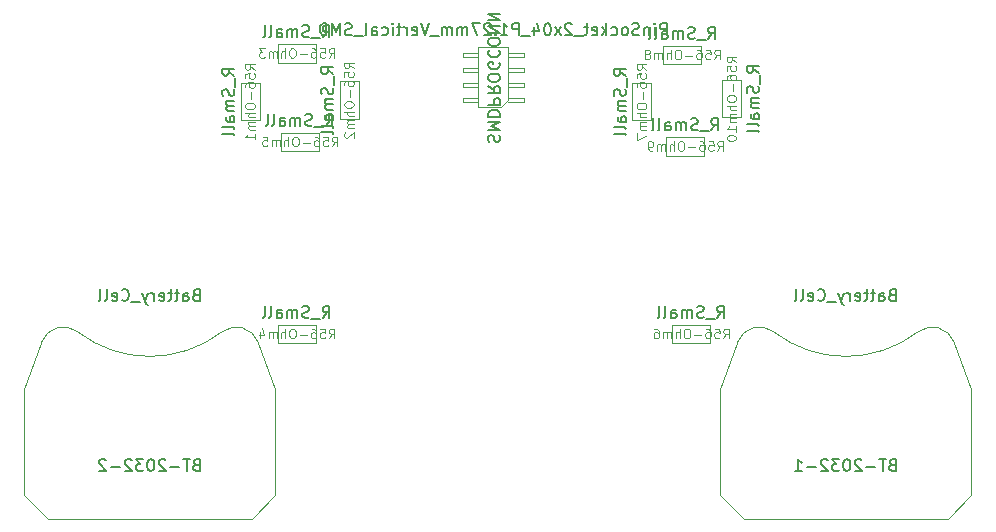
<source format=gbr>
G04 #@! TF.GenerationSoftware,KiCad,Pcbnew,(5.0.0)*
G04 #@! TF.CreationDate,2018-11-20T12:56:54-05:00*
G04 #@! TF.ProjectId,BsidesRock2019,427369646573526F636B323031392E6B,rev?*
G04 #@! TF.SameCoordinates,Original*
G04 #@! TF.FileFunction,Other,Fab,Bot*
%FSLAX46Y46*%
G04 Gerber Fmt 4.6, Leading zero omitted, Abs format (unit mm)*
G04 Created by KiCad (PCBNEW (5.0.0)) date 11/20/18 12:56:54*
%MOMM*%
%LPD*%
G01*
G04 APERTURE LIST*
%ADD10C,0.100000*%
%ADD11C,0.150000*%
%ADD12C,0.120000*%
G04 APERTURE END LIST*
D10*
G04 #@! TO.C,BT-2032-1*
X166705000Y-80100000D02*
X165265000Y-84030000D01*
X165265000Y-84030000D02*
X165265000Y-93030000D01*
X165265000Y-93030000D02*
X167255000Y-95020000D01*
X167255000Y-95020000D02*
X184535000Y-95020000D01*
X184535000Y-95020000D02*
X186525000Y-93030000D01*
X186525000Y-93030000D02*
X186525000Y-84030000D01*
X186525000Y-84030000D02*
X185085000Y-80100000D01*
X185075726Y-80101118D02*
G75*
G03X181995000Y-79200000I-1870726J-678882D01*
G01*
X169800148Y-79203957D02*
G75*
G03X181995000Y-79200000I6094852J7933957D01*
G01*
X169798855Y-79191492D02*
G75*
G03X166705000Y-80100000I-1213855J-1588508D01*
G01*
G04 #@! TO.C,BT-2032-2*
X110870855Y-79191492D02*
G75*
G03X107777000Y-80100000I-1213855J-1588508D01*
G01*
X110872148Y-79203957D02*
G75*
G03X123067000Y-79200000I6094852J7933957D01*
G01*
X126147726Y-80101118D02*
G75*
G03X123067000Y-79200000I-1870726J-678882D01*
G01*
X127597000Y-84030000D02*
X126157000Y-80100000D01*
X127597000Y-93030000D02*
X127597000Y-84030000D01*
X125607000Y-95020000D02*
X127597000Y-93030000D01*
X108327000Y-95020000D02*
X125607000Y-95020000D01*
X106337000Y-93030000D02*
X108327000Y-95020000D01*
X106337000Y-84030000D02*
X106337000Y-93030000D01*
X107777000Y-80100000D02*
X106337000Y-84030000D01*
G04 #@! TO.C,R56-Ohm10*
X167043000Y-61036000D02*
X167043000Y-57836000D01*
X165443000Y-61036000D02*
X167043000Y-61036000D01*
X165443000Y-57836000D02*
X165443000Y-61036000D01*
X167043000Y-57836000D02*
X165443000Y-57836000D01*
G04 #@! TO.C,R56-Ohm8*
X160452000Y-54953000D02*
X160452000Y-56553000D01*
X160452000Y-56553000D02*
X163652000Y-56553000D01*
X163652000Y-56553000D02*
X163652000Y-54953000D01*
X163652000Y-54953000D02*
X160452000Y-54953000D01*
G04 #@! TO.C,R56-Ohm9*
X163906000Y-62700000D02*
X160706000Y-62700000D01*
X163906000Y-64300000D02*
X163906000Y-62700000D01*
X160706000Y-64300000D02*
X163906000Y-64300000D01*
X160706000Y-62700000D02*
X160706000Y-64300000D01*
G04 #@! TO.C,R56-Ohm1*
X124676000Y-61290000D02*
X126276000Y-61290000D01*
X126276000Y-61290000D02*
X126276000Y-58090000D01*
X126276000Y-58090000D02*
X124676000Y-58090000D01*
X124676000Y-58090000D02*
X124676000Y-61290000D01*
G04 #@! TO.C,R56-Ohm2*
X133058000Y-57963000D02*
X133058000Y-61163000D01*
X134658000Y-57963000D02*
X133058000Y-57963000D01*
X134658000Y-61163000D02*
X134658000Y-57963000D01*
X133058000Y-61163000D02*
X134658000Y-61163000D01*
G04 #@! TO.C,R56-Ohm3*
X127813000Y-54826000D02*
X127813000Y-56426000D01*
X127813000Y-56426000D02*
X131013000Y-56426000D01*
X131013000Y-56426000D02*
X131013000Y-54826000D01*
X131013000Y-54826000D02*
X127813000Y-54826000D01*
G04 #@! TO.C,R56-Ohm4*
X131013000Y-78575000D02*
X127813000Y-78575000D01*
X131013000Y-80175000D02*
X131013000Y-78575000D01*
X127813000Y-80175000D02*
X131013000Y-80175000D01*
X127813000Y-78575000D02*
X127813000Y-80175000D01*
G04 #@! TO.C,R56-Ohm5*
X128067000Y-62319000D02*
X128067000Y-63919000D01*
X128067000Y-63919000D02*
X131267000Y-63919000D01*
X131267000Y-63919000D02*
X131267000Y-62319000D01*
X131267000Y-62319000D02*
X128067000Y-62319000D01*
G04 #@! TO.C,R56-Ohm6*
X164414000Y-78575000D02*
X161214000Y-78575000D01*
X164414000Y-80175000D02*
X164414000Y-78575000D01*
X161214000Y-80175000D02*
X164414000Y-80175000D01*
X161214000Y-78575000D02*
X161214000Y-80175000D01*
G04 #@! TO.C,R56-Ohm7*
X157823000Y-61290000D02*
X159423000Y-61290000D01*
X159423000Y-61290000D02*
X159423000Y-58090000D01*
X159423000Y-58090000D02*
X157823000Y-58090000D01*
X157823000Y-58090000D02*
X157823000Y-61290000D01*
G04 #@! TO.C,SMDPROGCONN*
X148605000Y-55553000D02*
X147320000Y-55553000D01*
X148605000Y-55953000D02*
X148605000Y-55553000D01*
X147320000Y-55953000D02*
X148605000Y-55953000D01*
X143495000Y-55553000D02*
X143495000Y-55953000D01*
X144780000Y-55553000D02*
X143495000Y-55553000D01*
X143495000Y-55953000D02*
X144780000Y-55953000D01*
X148605000Y-56823000D02*
X147320000Y-56823000D01*
X148605000Y-57223000D02*
X148605000Y-56823000D01*
X147320000Y-57223000D02*
X148605000Y-57223000D01*
X143495000Y-56823000D02*
X143495000Y-57223000D01*
X144780000Y-56823000D02*
X143495000Y-56823000D01*
X143495000Y-57223000D02*
X144780000Y-57223000D01*
X148605000Y-58093000D02*
X147320000Y-58093000D01*
X148605000Y-58493000D02*
X148605000Y-58093000D01*
X147320000Y-58493000D02*
X148605000Y-58493000D01*
X143495000Y-58093000D02*
X143495000Y-58493000D01*
X144780000Y-58093000D02*
X143495000Y-58093000D01*
X143495000Y-58493000D02*
X144780000Y-58493000D01*
X148605000Y-59363000D02*
X147320000Y-59363000D01*
X148605000Y-59763000D02*
X148605000Y-59363000D01*
X147320000Y-59763000D02*
X148605000Y-59763000D01*
X143495000Y-59363000D02*
X143495000Y-59763000D01*
X144780000Y-59363000D02*
X143495000Y-59363000D01*
X143495000Y-59763000D02*
X144780000Y-59763000D01*
X144780000Y-55118000D02*
X144780000Y-60198000D01*
X147320000Y-55118000D02*
X144780000Y-55118000D01*
X147320000Y-59563000D02*
X147320000Y-55118000D01*
X146685000Y-60198000D02*
X147320000Y-59563000D01*
X144780000Y-60198000D02*
X146685000Y-60198000D01*
G04 #@! TD*
G04 #@! TO.C,BT-2032-1*
D11*
X179799761Y-76058571D02*
X179656904Y-76106190D01*
X179609285Y-76153809D01*
X179561666Y-76249047D01*
X179561666Y-76391904D01*
X179609285Y-76487142D01*
X179656904Y-76534761D01*
X179752142Y-76582380D01*
X180133095Y-76582380D01*
X180133095Y-75582380D01*
X179799761Y-75582380D01*
X179704523Y-75630000D01*
X179656904Y-75677619D01*
X179609285Y-75772857D01*
X179609285Y-75868095D01*
X179656904Y-75963333D01*
X179704523Y-76010952D01*
X179799761Y-76058571D01*
X180133095Y-76058571D01*
X178704523Y-76582380D02*
X178704523Y-76058571D01*
X178752142Y-75963333D01*
X178847380Y-75915714D01*
X179037857Y-75915714D01*
X179133095Y-75963333D01*
X178704523Y-76534761D02*
X178799761Y-76582380D01*
X179037857Y-76582380D01*
X179133095Y-76534761D01*
X179180714Y-76439523D01*
X179180714Y-76344285D01*
X179133095Y-76249047D01*
X179037857Y-76201428D01*
X178799761Y-76201428D01*
X178704523Y-76153809D01*
X178371190Y-75915714D02*
X177990238Y-75915714D01*
X178228333Y-75582380D02*
X178228333Y-76439523D01*
X178180714Y-76534761D01*
X178085476Y-76582380D01*
X177990238Y-76582380D01*
X177799761Y-75915714D02*
X177418809Y-75915714D01*
X177656904Y-75582380D02*
X177656904Y-76439523D01*
X177609285Y-76534761D01*
X177514047Y-76582380D01*
X177418809Y-76582380D01*
X176704523Y-76534761D02*
X176799761Y-76582380D01*
X176990238Y-76582380D01*
X177085476Y-76534761D01*
X177133095Y-76439523D01*
X177133095Y-76058571D01*
X177085476Y-75963333D01*
X176990238Y-75915714D01*
X176799761Y-75915714D01*
X176704523Y-75963333D01*
X176656904Y-76058571D01*
X176656904Y-76153809D01*
X177133095Y-76249047D01*
X176228333Y-76582380D02*
X176228333Y-75915714D01*
X176228333Y-76106190D02*
X176180714Y-76010952D01*
X176133095Y-75963333D01*
X176037857Y-75915714D01*
X175942619Y-75915714D01*
X175704523Y-75915714D02*
X175466428Y-76582380D01*
X175228333Y-75915714D02*
X175466428Y-76582380D01*
X175561666Y-76820476D01*
X175609285Y-76868095D01*
X175704523Y-76915714D01*
X175085476Y-76677619D02*
X174323571Y-76677619D01*
X173514047Y-76487142D02*
X173561666Y-76534761D01*
X173704523Y-76582380D01*
X173799761Y-76582380D01*
X173942619Y-76534761D01*
X174037857Y-76439523D01*
X174085476Y-76344285D01*
X174133095Y-76153809D01*
X174133095Y-76010952D01*
X174085476Y-75820476D01*
X174037857Y-75725238D01*
X173942619Y-75630000D01*
X173799761Y-75582380D01*
X173704523Y-75582380D01*
X173561666Y-75630000D01*
X173514047Y-75677619D01*
X172704523Y-76534761D02*
X172799761Y-76582380D01*
X172990238Y-76582380D01*
X173085476Y-76534761D01*
X173133095Y-76439523D01*
X173133095Y-76058571D01*
X173085476Y-75963333D01*
X172990238Y-75915714D01*
X172799761Y-75915714D01*
X172704523Y-75963333D01*
X172656904Y-76058571D01*
X172656904Y-76153809D01*
X173133095Y-76249047D01*
X172085476Y-76582380D02*
X172180714Y-76534761D01*
X172228333Y-76439523D01*
X172228333Y-75582380D01*
X171561666Y-76582380D02*
X171656904Y-76534761D01*
X171704523Y-76439523D01*
X171704523Y-75582380D01*
X179823571Y-90458571D02*
X179680714Y-90506190D01*
X179633095Y-90553809D01*
X179585476Y-90649047D01*
X179585476Y-90791904D01*
X179633095Y-90887142D01*
X179680714Y-90934761D01*
X179775952Y-90982380D01*
X180156904Y-90982380D01*
X180156904Y-89982380D01*
X179823571Y-89982380D01*
X179728333Y-90030000D01*
X179680714Y-90077619D01*
X179633095Y-90172857D01*
X179633095Y-90268095D01*
X179680714Y-90363333D01*
X179728333Y-90410952D01*
X179823571Y-90458571D01*
X180156904Y-90458571D01*
X179299761Y-89982380D02*
X178728333Y-89982380D01*
X179014047Y-90982380D02*
X179014047Y-89982380D01*
X178395000Y-90601428D02*
X177633095Y-90601428D01*
X177204523Y-90077619D02*
X177156904Y-90030000D01*
X177061666Y-89982380D01*
X176823571Y-89982380D01*
X176728333Y-90030000D01*
X176680714Y-90077619D01*
X176633095Y-90172857D01*
X176633095Y-90268095D01*
X176680714Y-90410952D01*
X177252142Y-90982380D01*
X176633095Y-90982380D01*
X176014047Y-89982380D02*
X175918809Y-89982380D01*
X175823571Y-90030000D01*
X175775952Y-90077619D01*
X175728333Y-90172857D01*
X175680714Y-90363333D01*
X175680714Y-90601428D01*
X175728333Y-90791904D01*
X175775952Y-90887142D01*
X175823571Y-90934761D01*
X175918809Y-90982380D01*
X176014047Y-90982380D01*
X176109285Y-90934761D01*
X176156904Y-90887142D01*
X176204523Y-90791904D01*
X176252142Y-90601428D01*
X176252142Y-90363333D01*
X176204523Y-90172857D01*
X176156904Y-90077619D01*
X176109285Y-90030000D01*
X176014047Y-89982380D01*
X175347380Y-89982380D02*
X174728333Y-89982380D01*
X175061666Y-90363333D01*
X174918809Y-90363333D01*
X174823571Y-90410952D01*
X174775952Y-90458571D01*
X174728333Y-90553809D01*
X174728333Y-90791904D01*
X174775952Y-90887142D01*
X174823571Y-90934761D01*
X174918809Y-90982380D01*
X175204523Y-90982380D01*
X175299761Y-90934761D01*
X175347380Y-90887142D01*
X174347380Y-90077619D02*
X174299761Y-90030000D01*
X174204523Y-89982380D01*
X173966428Y-89982380D01*
X173871190Y-90030000D01*
X173823571Y-90077619D01*
X173775952Y-90172857D01*
X173775952Y-90268095D01*
X173823571Y-90410952D01*
X174395000Y-90982380D01*
X173775952Y-90982380D01*
X173347380Y-90601428D02*
X172585476Y-90601428D01*
X171585476Y-90982380D02*
X172156904Y-90982380D01*
X171871190Y-90982380D02*
X171871190Y-89982380D01*
X171966428Y-90125238D01*
X172061666Y-90220476D01*
X172156904Y-90268095D01*
G04 #@! TO.C,BT-2032-2*
X120871761Y-76058571D02*
X120728904Y-76106190D01*
X120681285Y-76153809D01*
X120633666Y-76249047D01*
X120633666Y-76391904D01*
X120681285Y-76487142D01*
X120728904Y-76534761D01*
X120824142Y-76582380D01*
X121205095Y-76582380D01*
X121205095Y-75582380D01*
X120871761Y-75582380D01*
X120776523Y-75630000D01*
X120728904Y-75677619D01*
X120681285Y-75772857D01*
X120681285Y-75868095D01*
X120728904Y-75963333D01*
X120776523Y-76010952D01*
X120871761Y-76058571D01*
X121205095Y-76058571D01*
X119776523Y-76582380D02*
X119776523Y-76058571D01*
X119824142Y-75963333D01*
X119919380Y-75915714D01*
X120109857Y-75915714D01*
X120205095Y-75963333D01*
X119776523Y-76534761D02*
X119871761Y-76582380D01*
X120109857Y-76582380D01*
X120205095Y-76534761D01*
X120252714Y-76439523D01*
X120252714Y-76344285D01*
X120205095Y-76249047D01*
X120109857Y-76201428D01*
X119871761Y-76201428D01*
X119776523Y-76153809D01*
X119443190Y-75915714D02*
X119062238Y-75915714D01*
X119300333Y-75582380D02*
X119300333Y-76439523D01*
X119252714Y-76534761D01*
X119157476Y-76582380D01*
X119062238Y-76582380D01*
X118871761Y-75915714D02*
X118490809Y-75915714D01*
X118728904Y-75582380D02*
X118728904Y-76439523D01*
X118681285Y-76534761D01*
X118586047Y-76582380D01*
X118490809Y-76582380D01*
X117776523Y-76534761D02*
X117871761Y-76582380D01*
X118062238Y-76582380D01*
X118157476Y-76534761D01*
X118205095Y-76439523D01*
X118205095Y-76058571D01*
X118157476Y-75963333D01*
X118062238Y-75915714D01*
X117871761Y-75915714D01*
X117776523Y-75963333D01*
X117728904Y-76058571D01*
X117728904Y-76153809D01*
X118205095Y-76249047D01*
X117300333Y-76582380D02*
X117300333Y-75915714D01*
X117300333Y-76106190D02*
X117252714Y-76010952D01*
X117205095Y-75963333D01*
X117109857Y-75915714D01*
X117014619Y-75915714D01*
X116776523Y-75915714D02*
X116538428Y-76582380D01*
X116300333Y-75915714D02*
X116538428Y-76582380D01*
X116633666Y-76820476D01*
X116681285Y-76868095D01*
X116776523Y-76915714D01*
X116157476Y-76677619D02*
X115395571Y-76677619D01*
X114586047Y-76487142D02*
X114633666Y-76534761D01*
X114776523Y-76582380D01*
X114871761Y-76582380D01*
X115014619Y-76534761D01*
X115109857Y-76439523D01*
X115157476Y-76344285D01*
X115205095Y-76153809D01*
X115205095Y-76010952D01*
X115157476Y-75820476D01*
X115109857Y-75725238D01*
X115014619Y-75630000D01*
X114871761Y-75582380D01*
X114776523Y-75582380D01*
X114633666Y-75630000D01*
X114586047Y-75677619D01*
X113776523Y-76534761D02*
X113871761Y-76582380D01*
X114062238Y-76582380D01*
X114157476Y-76534761D01*
X114205095Y-76439523D01*
X114205095Y-76058571D01*
X114157476Y-75963333D01*
X114062238Y-75915714D01*
X113871761Y-75915714D01*
X113776523Y-75963333D01*
X113728904Y-76058571D01*
X113728904Y-76153809D01*
X114205095Y-76249047D01*
X113157476Y-76582380D02*
X113252714Y-76534761D01*
X113300333Y-76439523D01*
X113300333Y-75582380D01*
X112633666Y-76582380D02*
X112728904Y-76534761D01*
X112776523Y-76439523D01*
X112776523Y-75582380D01*
X120895571Y-90458571D02*
X120752714Y-90506190D01*
X120705095Y-90553809D01*
X120657476Y-90649047D01*
X120657476Y-90791904D01*
X120705095Y-90887142D01*
X120752714Y-90934761D01*
X120847952Y-90982380D01*
X121228904Y-90982380D01*
X121228904Y-89982380D01*
X120895571Y-89982380D01*
X120800333Y-90030000D01*
X120752714Y-90077619D01*
X120705095Y-90172857D01*
X120705095Y-90268095D01*
X120752714Y-90363333D01*
X120800333Y-90410952D01*
X120895571Y-90458571D01*
X121228904Y-90458571D01*
X120371761Y-89982380D02*
X119800333Y-89982380D01*
X120086047Y-90982380D02*
X120086047Y-89982380D01*
X119467000Y-90601428D02*
X118705095Y-90601428D01*
X118276523Y-90077619D02*
X118228904Y-90030000D01*
X118133666Y-89982380D01*
X117895571Y-89982380D01*
X117800333Y-90030000D01*
X117752714Y-90077619D01*
X117705095Y-90172857D01*
X117705095Y-90268095D01*
X117752714Y-90410952D01*
X118324142Y-90982380D01*
X117705095Y-90982380D01*
X117086047Y-89982380D02*
X116990809Y-89982380D01*
X116895571Y-90030000D01*
X116847952Y-90077619D01*
X116800333Y-90172857D01*
X116752714Y-90363333D01*
X116752714Y-90601428D01*
X116800333Y-90791904D01*
X116847952Y-90887142D01*
X116895571Y-90934761D01*
X116990809Y-90982380D01*
X117086047Y-90982380D01*
X117181285Y-90934761D01*
X117228904Y-90887142D01*
X117276523Y-90791904D01*
X117324142Y-90601428D01*
X117324142Y-90363333D01*
X117276523Y-90172857D01*
X117228904Y-90077619D01*
X117181285Y-90030000D01*
X117086047Y-89982380D01*
X116419380Y-89982380D02*
X115800333Y-89982380D01*
X116133666Y-90363333D01*
X115990809Y-90363333D01*
X115895571Y-90410952D01*
X115847952Y-90458571D01*
X115800333Y-90553809D01*
X115800333Y-90791904D01*
X115847952Y-90887142D01*
X115895571Y-90934761D01*
X115990809Y-90982380D01*
X116276523Y-90982380D01*
X116371761Y-90934761D01*
X116419380Y-90887142D01*
X115419380Y-90077619D02*
X115371761Y-90030000D01*
X115276523Y-89982380D01*
X115038428Y-89982380D01*
X114943190Y-90030000D01*
X114895571Y-90077619D01*
X114847952Y-90172857D01*
X114847952Y-90268095D01*
X114895571Y-90410952D01*
X115467000Y-90982380D01*
X114847952Y-90982380D01*
X114419380Y-90601428D02*
X113657476Y-90601428D01*
X113228904Y-90077619D02*
X113181285Y-90030000D01*
X113086047Y-89982380D01*
X112847952Y-89982380D01*
X112752714Y-90030000D01*
X112705095Y-90077619D01*
X112657476Y-90172857D01*
X112657476Y-90268095D01*
X112705095Y-90410952D01*
X113276523Y-90982380D01*
X112657476Y-90982380D01*
G04 #@! TO.C,R56-Ohm10*
X168515380Y-57245523D02*
X168039190Y-56912190D01*
X168515380Y-56674095D02*
X167515380Y-56674095D01*
X167515380Y-57055047D01*
X167563000Y-57150285D01*
X167610619Y-57197904D01*
X167705857Y-57245523D01*
X167848714Y-57245523D01*
X167943952Y-57197904D01*
X167991571Y-57150285D01*
X168039190Y-57055047D01*
X168039190Y-56674095D01*
X168610619Y-57436000D02*
X168610619Y-58197904D01*
X168467761Y-58388380D02*
X168515380Y-58531238D01*
X168515380Y-58769333D01*
X168467761Y-58864571D01*
X168420142Y-58912190D01*
X168324904Y-58959809D01*
X168229666Y-58959809D01*
X168134428Y-58912190D01*
X168086809Y-58864571D01*
X168039190Y-58769333D01*
X167991571Y-58578857D01*
X167943952Y-58483619D01*
X167896333Y-58436000D01*
X167801095Y-58388380D01*
X167705857Y-58388380D01*
X167610619Y-58436000D01*
X167563000Y-58483619D01*
X167515380Y-58578857D01*
X167515380Y-58816952D01*
X167563000Y-58959809D01*
X168515380Y-59388380D02*
X167848714Y-59388380D01*
X167943952Y-59388380D02*
X167896333Y-59436000D01*
X167848714Y-59531238D01*
X167848714Y-59674095D01*
X167896333Y-59769333D01*
X167991571Y-59816952D01*
X168515380Y-59816952D01*
X167991571Y-59816952D02*
X167896333Y-59864571D01*
X167848714Y-59959809D01*
X167848714Y-60102666D01*
X167896333Y-60197904D01*
X167991571Y-60245523D01*
X168515380Y-60245523D01*
X168515380Y-61150285D02*
X167991571Y-61150285D01*
X167896333Y-61102666D01*
X167848714Y-61007428D01*
X167848714Y-60816952D01*
X167896333Y-60721714D01*
X168467761Y-61150285D02*
X168515380Y-61055047D01*
X168515380Y-60816952D01*
X168467761Y-60721714D01*
X168372523Y-60674095D01*
X168277285Y-60674095D01*
X168182047Y-60721714D01*
X168134428Y-60816952D01*
X168134428Y-61055047D01*
X168086809Y-61150285D01*
X168515380Y-61769333D02*
X168467761Y-61674095D01*
X168372523Y-61626476D01*
X167515380Y-61626476D01*
X168515380Y-62293142D02*
X168467761Y-62197904D01*
X168372523Y-62150285D01*
X167515380Y-62150285D01*
D12*
X166604904Y-56350285D02*
X166223952Y-56083619D01*
X166604904Y-55893142D02*
X165804904Y-55893142D01*
X165804904Y-56197904D01*
X165843000Y-56274095D01*
X165881095Y-56312190D01*
X165957285Y-56350285D01*
X166071571Y-56350285D01*
X166147761Y-56312190D01*
X166185857Y-56274095D01*
X166223952Y-56197904D01*
X166223952Y-55893142D01*
X165804904Y-57074095D02*
X165804904Y-56693142D01*
X166185857Y-56655047D01*
X166147761Y-56693142D01*
X166109666Y-56769333D01*
X166109666Y-56959809D01*
X166147761Y-57036000D01*
X166185857Y-57074095D01*
X166262047Y-57112190D01*
X166452523Y-57112190D01*
X166528714Y-57074095D01*
X166566809Y-57036000D01*
X166604904Y-56959809D01*
X166604904Y-56769333D01*
X166566809Y-56693142D01*
X166528714Y-56655047D01*
X165804904Y-57797904D02*
X165804904Y-57645523D01*
X165843000Y-57569333D01*
X165881095Y-57531238D01*
X165995380Y-57455047D01*
X166147761Y-57416952D01*
X166452523Y-57416952D01*
X166528714Y-57455047D01*
X166566809Y-57493142D01*
X166604904Y-57569333D01*
X166604904Y-57721714D01*
X166566809Y-57797904D01*
X166528714Y-57836000D01*
X166452523Y-57874095D01*
X166262047Y-57874095D01*
X166185857Y-57836000D01*
X166147761Y-57797904D01*
X166109666Y-57721714D01*
X166109666Y-57569333D01*
X166147761Y-57493142D01*
X166185857Y-57455047D01*
X166262047Y-57416952D01*
X166300142Y-58216952D02*
X166300142Y-58826476D01*
X165804904Y-59359809D02*
X165804904Y-59512190D01*
X165843000Y-59588380D01*
X165919190Y-59664571D01*
X166071571Y-59702666D01*
X166338238Y-59702666D01*
X166490619Y-59664571D01*
X166566809Y-59588380D01*
X166604904Y-59512190D01*
X166604904Y-59359809D01*
X166566809Y-59283619D01*
X166490619Y-59207428D01*
X166338238Y-59169333D01*
X166071571Y-59169333D01*
X165919190Y-59207428D01*
X165843000Y-59283619D01*
X165804904Y-59359809D01*
X166604904Y-60045523D02*
X165804904Y-60045523D01*
X166604904Y-60388380D02*
X166185857Y-60388380D01*
X166109666Y-60350285D01*
X166071571Y-60274095D01*
X166071571Y-60159809D01*
X166109666Y-60083619D01*
X166147761Y-60045523D01*
X166604904Y-60769333D02*
X166071571Y-60769333D01*
X166147761Y-60769333D02*
X166109666Y-60807428D01*
X166071571Y-60883619D01*
X166071571Y-60997904D01*
X166109666Y-61074095D01*
X166185857Y-61112190D01*
X166604904Y-61112190D01*
X166185857Y-61112190D02*
X166109666Y-61150285D01*
X166071571Y-61226476D01*
X166071571Y-61340761D01*
X166109666Y-61416952D01*
X166185857Y-61455047D01*
X166604904Y-61455047D01*
X166604904Y-62255047D02*
X166604904Y-61797904D01*
X166604904Y-62026476D02*
X165804904Y-62026476D01*
X165919190Y-61950285D01*
X165995380Y-61874095D01*
X166033476Y-61797904D01*
X165804904Y-62750285D02*
X165804904Y-62826476D01*
X165843000Y-62902666D01*
X165881095Y-62940761D01*
X165957285Y-62978857D01*
X166109666Y-63016952D01*
X166300142Y-63016952D01*
X166452523Y-62978857D01*
X166528714Y-62940761D01*
X166566809Y-62902666D01*
X166604904Y-62826476D01*
X166604904Y-62750285D01*
X166566809Y-62674095D01*
X166528714Y-62636000D01*
X166452523Y-62597904D01*
X166300142Y-62559809D01*
X166109666Y-62559809D01*
X165957285Y-62597904D01*
X165881095Y-62636000D01*
X165843000Y-62674095D01*
X165804904Y-62750285D01*
G04 #@! TO.C,R56-Ohm8*
D11*
X164242476Y-54385380D02*
X164575809Y-53909190D01*
X164813904Y-54385380D02*
X164813904Y-53385380D01*
X164432952Y-53385380D01*
X164337714Y-53433000D01*
X164290095Y-53480619D01*
X164242476Y-53575857D01*
X164242476Y-53718714D01*
X164290095Y-53813952D01*
X164337714Y-53861571D01*
X164432952Y-53909190D01*
X164813904Y-53909190D01*
X164052000Y-54480619D02*
X163290095Y-54480619D01*
X163099619Y-54337761D02*
X162956761Y-54385380D01*
X162718666Y-54385380D01*
X162623428Y-54337761D01*
X162575809Y-54290142D01*
X162528190Y-54194904D01*
X162528190Y-54099666D01*
X162575809Y-54004428D01*
X162623428Y-53956809D01*
X162718666Y-53909190D01*
X162909142Y-53861571D01*
X163004380Y-53813952D01*
X163052000Y-53766333D01*
X163099619Y-53671095D01*
X163099619Y-53575857D01*
X163052000Y-53480619D01*
X163004380Y-53433000D01*
X162909142Y-53385380D01*
X162671047Y-53385380D01*
X162528190Y-53433000D01*
X162099619Y-54385380D02*
X162099619Y-53718714D01*
X162099619Y-53813952D02*
X162052000Y-53766333D01*
X161956761Y-53718714D01*
X161813904Y-53718714D01*
X161718666Y-53766333D01*
X161671047Y-53861571D01*
X161671047Y-54385380D01*
X161671047Y-53861571D02*
X161623428Y-53766333D01*
X161528190Y-53718714D01*
X161385333Y-53718714D01*
X161290095Y-53766333D01*
X161242476Y-53861571D01*
X161242476Y-54385380D01*
X160337714Y-54385380D02*
X160337714Y-53861571D01*
X160385333Y-53766333D01*
X160480571Y-53718714D01*
X160671047Y-53718714D01*
X160766285Y-53766333D01*
X160337714Y-54337761D02*
X160432952Y-54385380D01*
X160671047Y-54385380D01*
X160766285Y-54337761D01*
X160813904Y-54242523D01*
X160813904Y-54147285D01*
X160766285Y-54052047D01*
X160671047Y-54004428D01*
X160432952Y-54004428D01*
X160337714Y-53956809D01*
X159718666Y-54385380D02*
X159813904Y-54337761D01*
X159861523Y-54242523D01*
X159861523Y-53385380D01*
X159194857Y-54385380D02*
X159290095Y-54337761D01*
X159337714Y-54242523D01*
X159337714Y-53385380D01*
D12*
X164756761Y-56114904D02*
X165023428Y-55733952D01*
X165213904Y-56114904D02*
X165213904Y-55314904D01*
X164909142Y-55314904D01*
X164832952Y-55353000D01*
X164794857Y-55391095D01*
X164756761Y-55467285D01*
X164756761Y-55581571D01*
X164794857Y-55657761D01*
X164832952Y-55695857D01*
X164909142Y-55733952D01*
X165213904Y-55733952D01*
X164032952Y-55314904D02*
X164413904Y-55314904D01*
X164452000Y-55695857D01*
X164413904Y-55657761D01*
X164337714Y-55619666D01*
X164147238Y-55619666D01*
X164071047Y-55657761D01*
X164032952Y-55695857D01*
X163994857Y-55772047D01*
X163994857Y-55962523D01*
X164032952Y-56038714D01*
X164071047Y-56076809D01*
X164147238Y-56114904D01*
X164337714Y-56114904D01*
X164413904Y-56076809D01*
X164452000Y-56038714D01*
X163309142Y-55314904D02*
X163461523Y-55314904D01*
X163537714Y-55353000D01*
X163575809Y-55391095D01*
X163652000Y-55505380D01*
X163690095Y-55657761D01*
X163690095Y-55962523D01*
X163652000Y-56038714D01*
X163613904Y-56076809D01*
X163537714Y-56114904D01*
X163385333Y-56114904D01*
X163309142Y-56076809D01*
X163271047Y-56038714D01*
X163232952Y-55962523D01*
X163232952Y-55772047D01*
X163271047Y-55695857D01*
X163309142Y-55657761D01*
X163385333Y-55619666D01*
X163537714Y-55619666D01*
X163613904Y-55657761D01*
X163652000Y-55695857D01*
X163690095Y-55772047D01*
X162890095Y-55810142D02*
X162280571Y-55810142D01*
X161747238Y-55314904D02*
X161594857Y-55314904D01*
X161518666Y-55353000D01*
X161442476Y-55429190D01*
X161404380Y-55581571D01*
X161404380Y-55848238D01*
X161442476Y-56000619D01*
X161518666Y-56076809D01*
X161594857Y-56114904D01*
X161747238Y-56114904D01*
X161823428Y-56076809D01*
X161899619Y-56000619D01*
X161937714Y-55848238D01*
X161937714Y-55581571D01*
X161899619Y-55429190D01*
X161823428Y-55353000D01*
X161747238Y-55314904D01*
X161061523Y-56114904D02*
X161061523Y-55314904D01*
X160718666Y-56114904D02*
X160718666Y-55695857D01*
X160756761Y-55619666D01*
X160832952Y-55581571D01*
X160947238Y-55581571D01*
X161023428Y-55619666D01*
X161061523Y-55657761D01*
X160337714Y-56114904D02*
X160337714Y-55581571D01*
X160337714Y-55657761D02*
X160299619Y-55619666D01*
X160223428Y-55581571D01*
X160109142Y-55581571D01*
X160032952Y-55619666D01*
X159994857Y-55695857D01*
X159994857Y-56114904D01*
X159994857Y-55695857D02*
X159956761Y-55619666D01*
X159880571Y-55581571D01*
X159766285Y-55581571D01*
X159690095Y-55619666D01*
X159652000Y-55695857D01*
X159652000Y-56114904D01*
X159156761Y-55657761D02*
X159232952Y-55619666D01*
X159271047Y-55581571D01*
X159309142Y-55505380D01*
X159309142Y-55467285D01*
X159271047Y-55391095D01*
X159232952Y-55353000D01*
X159156761Y-55314904D01*
X159004380Y-55314904D01*
X158928190Y-55353000D01*
X158890095Y-55391095D01*
X158852000Y-55467285D01*
X158852000Y-55505380D01*
X158890095Y-55581571D01*
X158928190Y-55619666D01*
X159004380Y-55657761D01*
X159156761Y-55657761D01*
X159232952Y-55695857D01*
X159271047Y-55733952D01*
X159309142Y-55810142D01*
X159309142Y-55962523D01*
X159271047Y-56038714D01*
X159232952Y-56076809D01*
X159156761Y-56114904D01*
X159004380Y-56114904D01*
X158928190Y-56076809D01*
X158890095Y-56038714D01*
X158852000Y-55962523D01*
X158852000Y-55810142D01*
X158890095Y-55733952D01*
X158928190Y-55695857D01*
X159004380Y-55657761D01*
G04 #@! TO.C,R56-Ohm9*
D11*
X164496476Y-62132380D02*
X164829809Y-61656190D01*
X165067904Y-62132380D02*
X165067904Y-61132380D01*
X164686952Y-61132380D01*
X164591714Y-61180000D01*
X164544095Y-61227619D01*
X164496476Y-61322857D01*
X164496476Y-61465714D01*
X164544095Y-61560952D01*
X164591714Y-61608571D01*
X164686952Y-61656190D01*
X165067904Y-61656190D01*
X164306000Y-62227619D02*
X163544095Y-62227619D01*
X163353619Y-62084761D02*
X163210761Y-62132380D01*
X162972666Y-62132380D01*
X162877428Y-62084761D01*
X162829809Y-62037142D01*
X162782190Y-61941904D01*
X162782190Y-61846666D01*
X162829809Y-61751428D01*
X162877428Y-61703809D01*
X162972666Y-61656190D01*
X163163142Y-61608571D01*
X163258380Y-61560952D01*
X163306000Y-61513333D01*
X163353619Y-61418095D01*
X163353619Y-61322857D01*
X163306000Y-61227619D01*
X163258380Y-61180000D01*
X163163142Y-61132380D01*
X162925047Y-61132380D01*
X162782190Y-61180000D01*
X162353619Y-62132380D02*
X162353619Y-61465714D01*
X162353619Y-61560952D02*
X162306000Y-61513333D01*
X162210761Y-61465714D01*
X162067904Y-61465714D01*
X161972666Y-61513333D01*
X161925047Y-61608571D01*
X161925047Y-62132380D01*
X161925047Y-61608571D02*
X161877428Y-61513333D01*
X161782190Y-61465714D01*
X161639333Y-61465714D01*
X161544095Y-61513333D01*
X161496476Y-61608571D01*
X161496476Y-62132380D01*
X160591714Y-62132380D02*
X160591714Y-61608571D01*
X160639333Y-61513333D01*
X160734571Y-61465714D01*
X160925047Y-61465714D01*
X161020285Y-61513333D01*
X160591714Y-62084761D02*
X160686952Y-62132380D01*
X160925047Y-62132380D01*
X161020285Y-62084761D01*
X161067904Y-61989523D01*
X161067904Y-61894285D01*
X161020285Y-61799047D01*
X160925047Y-61751428D01*
X160686952Y-61751428D01*
X160591714Y-61703809D01*
X159972666Y-62132380D02*
X160067904Y-62084761D01*
X160115523Y-61989523D01*
X160115523Y-61132380D01*
X159448857Y-62132380D02*
X159544095Y-62084761D01*
X159591714Y-61989523D01*
X159591714Y-61132380D01*
D12*
X165010761Y-63861904D02*
X165277428Y-63480952D01*
X165467904Y-63861904D02*
X165467904Y-63061904D01*
X165163142Y-63061904D01*
X165086952Y-63100000D01*
X165048857Y-63138095D01*
X165010761Y-63214285D01*
X165010761Y-63328571D01*
X165048857Y-63404761D01*
X165086952Y-63442857D01*
X165163142Y-63480952D01*
X165467904Y-63480952D01*
X164286952Y-63061904D02*
X164667904Y-63061904D01*
X164706000Y-63442857D01*
X164667904Y-63404761D01*
X164591714Y-63366666D01*
X164401238Y-63366666D01*
X164325047Y-63404761D01*
X164286952Y-63442857D01*
X164248857Y-63519047D01*
X164248857Y-63709523D01*
X164286952Y-63785714D01*
X164325047Y-63823809D01*
X164401238Y-63861904D01*
X164591714Y-63861904D01*
X164667904Y-63823809D01*
X164706000Y-63785714D01*
X163563142Y-63061904D02*
X163715523Y-63061904D01*
X163791714Y-63100000D01*
X163829809Y-63138095D01*
X163906000Y-63252380D01*
X163944095Y-63404761D01*
X163944095Y-63709523D01*
X163906000Y-63785714D01*
X163867904Y-63823809D01*
X163791714Y-63861904D01*
X163639333Y-63861904D01*
X163563142Y-63823809D01*
X163525047Y-63785714D01*
X163486952Y-63709523D01*
X163486952Y-63519047D01*
X163525047Y-63442857D01*
X163563142Y-63404761D01*
X163639333Y-63366666D01*
X163791714Y-63366666D01*
X163867904Y-63404761D01*
X163906000Y-63442857D01*
X163944095Y-63519047D01*
X163144095Y-63557142D02*
X162534571Y-63557142D01*
X162001238Y-63061904D02*
X161848857Y-63061904D01*
X161772666Y-63100000D01*
X161696476Y-63176190D01*
X161658380Y-63328571D01*
X161658380Y-63595238D01*
X161696476Y-63747619D01*
X161772666Y-63823809D01*
X161848857Y-63861904D01*
X162001238Y-63861904D01*
X162077428Y-63823809D01*
X162153619Y-63747619D01*
X162191714Y-63595238D01*
X162191714Y-63328571D01*
X162153619Y-63176190D01*
X162077428Y-63100000D01*
X162001238Y-63061904D01*
X161315523Y-63861904D02*
X161315523Y-63061904D01*
X160972666Y-63861904D02*
X160972666Y-63442857D01*
X161010761Y-63366666D01*
X161086952Y-63328571D01*
X161201238Y-63328571D01*
X161277428Y-63366666D01*
X161315523Y-63404761D01*
X160591714Y-63861904D02*
X160591714Y-63328571D01*
X160591714Y-63404761D02*
X160553619Y-63366666D01*
X160477428Y-63328571D01*
X160363142Y-63328571D01*
X160286952Y-63366666D01*
X160248857Y-63442857D01*
X160248857Y-63861904D01*
X160248857Y-63442857D02*
X160210761Y-63366666D01*
X160134571Y-63328571D01*
X160020285Y-63328571D01*
X159944095Y-63366666D01*
X159906000Y-63442857D01*
X159906000Y-63861904D01*
X159486952Y-63861904D02*
X159334571Y-63861904D01*
X159258380Y-63823809D01*
X159220285Y-63785714D01*
X159144095Y-63671428D01*
X159106000Y-63519047D01*
X159106000Y-63214285D01*
X159144095Y-63138095D01*
X159182190Y-63100000D01*
X159258380Y-63061904D01*
X159410761Y-63061904D01*
X159486952Y-63100000D01*
X159525047Y-63138095D01*
X159563142Y-63214285D01*
X159563142Y-63404761D01*
X159525047Y-63480952D01*
X159486952Y-63519047D01*
X159410761Y-63557142D01*
X159258380Y-63557142D01*
X159182190Y-63519047D01*
X159144095Y-63480952D01*
X159106000Y-63404761D01*
G04 #@! TO.C,R56-Ohm1*
D11*
X124108380Y-57499523D02*
X123632190Y-57166190D01*
X124108380Y-56928095D02*
X123108380Y-56928095D01*
X123108380Y-57309047D01*
X123156000Y-57404285D01*
X123203619Y-57451904D01*
X123298857Y-57499523D01*
X123441714Y-57499523D01*
X123536952Y-57451904D01*
X123584571Y-57404285D01*
X123632190Y-57309047D01*
X123632190Y-56928095D01*
X124203619Y-57690000D02*
X124203619Y-58451904D01*
X124060761Y-58642380D02*
X124108380Y-58785238D01*
X124108380Y-59023333D01*
X124060761Y-59118571D01*
X124013142Y-59166190D01*
X123917904Y-59213809D01*
X123822666Y-59213809D01*
X123727428Y-59166190D01*
X123679809Y-59118571D01*
X123632190Y-59023333D01*
X123584571Y-58832857D01*
X123536952Y-58737619D01*
X123489333Y-58690000D01*
X123394095Y-58642380D01*
X123298857Y-58642380D01*
X123203619Y-58690000D01*
X123156000Y-58737619D01*
X123108380Y-58832857D01*
X123108380Y-59070952D01*
X123156000Y-59213809D01*
X124108380Y-59642380D02*
X123441714Y-59642380D01*
X123536952Y-59642380D02*
X123489333Y-59690000D01*
X123441714Y-59785238D01*
X123441714Y-59928095D01*
X123489333Y-60023333D01*
X123584571Y-60070952D01*
X124108380Y-60070952D01*
X123584571Y-60070952D02*
X123489333Y-60118571D01*
X123441714Y-60213809D01*
X123441714Y-60356666D01*
X123489333Y-60451904D01*
X123584571Y-60499523D01*
X124108380Y-60499523D01*
X124108380Y-61404285D02*
X123584571Y-61404285D01*
X123489333Y-61356666D01*
X123441714Y-61261428D01*
X123441714Y-61070952D01*
X123489333Y-60975714D01*
X124060761Y-61404285D02*
X124108380Y-61309047D01*
X124108380Y-61070952D01*
X124060761Y-60975714D01*
X123965523Y-60928095D01*
X123870285Y-60928095D01*
X123775047Y-60975714D01*
X123727428Y-61070952D01*
X123727428Y-61309047D01*
X123679809Y-61404285D01*
X124108380Y-62023333D02*
X124060761Y-61928095D01*
X123965523Y-61880476D01*
X123108380Y-61880476D01*
X124108380Y-62547142D02*
X124060761Y-62451904D01*
X123965523Y-62404285D01*
X123108380Y-62404285D01*
D12*
X125837904Y-56985238D02*
X125456952Y-56718571D01*
X125837904Y-56528095D02*
X125037904Y-56528095D01*
X125037904Y-56832857D01*
X125076000Y-56909047D01*
X125114095Y-56947142D01*
X125190285Y-56985238D01*
X125304571Y-56985238D01*
X125380761Y-56947142D01*
X125418857Y-56909047D01*
X125456952Y-56832857D01*
X125456952Y-56528095D01*
X125037904Y-57709047D02*
X125037904Y-57328095D01*
X125418857Y-57290000D01*
X125380761Y-57328095D01*
X125342666Y-57404285D01*
X125342666Y-57594761D01*
X125380761Y-57670952D01*
X125418857Y-57709047D01*
X125495047Y-57747142D01*
X125685523Y-57747142D01*
X125761714Y-57709047D01*
X125799809Y-57670952D01*
X125837904Y-57594761D01*
X125837904Y-57404285D01*
X125799809Y-57328095D01*
X125761714Y-57290000D01*
X125037904Y-58432857D02*
X125037904Y-58280476D01*
X125076000Y-58204285D01*
X125114095Y-58166190D01*
X125228380Y-58090000D01*
X125380761Y-58051904D01*
X125685523Y-58051904D01*
X125761714Y-58090000D01*
X125799809Y-58128095D01*
X125837904Y-58204285D01*
X125837904Y-58356666D01*
X125799809Y-58432857D01*
X125761714Y-58470952D01*
X125685523Y-58509047D01*
X125495047Y-58509047D01*
X125418857Y-58470952D01*
X125380761Y-58432857D01*
X125342666Y-58356666D01*
X125342666Y-58204285D01*
X125380761Y-58128095D01*
X125418857Y-58090000D01*
X125495047Y-58051904D01*
X125533142Y-58851904D02*
X125533142Y-59461428D01*
X125037904Y-59994761D02*
X125037904Y-60147142D01*
X125076000Y-60223333D01*
X125152190Y-60299523D01*
X125304571Y-60337619D01*
X125571238Y-60337619D01*
X125723619Y-60299523D01*
X125799809Y-60223333D01*
X125837904Y-60147142D01*
X125837904Y-59994761D01*
X125799809Y-59918571D01*
X125723619Y-59842380D01*
X125571238Y-59804285D01*
X125304571Y-59804285D01*
X125152190Y-59842380D01*
X125076000Y-59918571D01*
X125037904Y-59994761D01*
X125837904Y-60680476D02*
X125037904Y-60680476D01*
X125837904Y-61023333D02*
X125418857Y-61023333D01*
X125342666Y-60985238D01*
X125304571Y-60909047D01*
X125304571Y-60794761D01*
X125342666Y-60718571D01*
X125380761Y-60680476D01*
X125837904Y-61404285D02*
X125304571Y-61404285D01*
X125380761Y-61404285D02*
X125342666Y-61442380D01*
X125304571Y-61518571D01*
X125304571Y-61632857D01*
X125342666Y-61709047D01*
X125418857Y-61747142D01*
X125837904Y-61747142D01*
X125418857Y-61747142D02*
X125342666Y-61785238D01*
X125304571Y-61861428D01*
X125304571Y-61975714D01*
X125342666Y-62051904D01*
X125418857Y-62090000D01*
X125837904Y-62090000D01*
X125837904Y-62890000D02*
X125837904Y-62432857D01*
X125837904Y-62661428D02*
X125037904Y-62661428D01*
X125152190Y-62585238D01*
X125228380Y-62509047D01*
X125266476Y-62432857D01*
G04 #@! TO.C,R56-Ohm2*
D11*
X132490380Y-57372523D02*
X132014190Y-57039190D01*
X132490380Y-56801095D02*
X131490380Y-56801095D01*
X131490380Y-57182047D01*
X131538000Y-57277285D01*
X131585619Y-57324904D01*
X131680857Y-57372523D01*
X131823714Y-57372523D01*
X131918952Y-57324904D01*
X131966571Y-57277285D01*
X132014190Y-57182047D01*
X132014190Y-56801095D01*
X132585619Y-57563000D02*
X132585619Y-58324904D01*
X132442761Y-58515380D02*
X132490380Y-58658238D01*
X132490380Y-58896333D01*
X132442761Y-58991571D01*
X132395142Y-59039190D01*
X132299904Y-59086809D01*
X132204666Y-59086809D01*
X132109428Y-59039190D01*
X132061809Y-58991571D01*
X132014190Y-58896333D01*
X131966571Y-58705857D01*
X131918952Y-58610619D01*
X131871333Y-58563000D01*
X131776095Y-58515380D01*
X131680857Y-58515380D01*
X131585619Y-58563000D01*
X131538000Y-58610619D01*
X131490380Y-58705857D01*
X131490380Y-58943952D01*
X131538000Y-59086809D01*
X132490380Y-59515380D02*
X131823714Y-59515380D01*
X131918952Y-59515380D02*
X131871333Y-59563000D01*
X131823714Y-59658238D01*
X131823714Y-59801095D01*
X131871333Y-59896333D01*
X131966571Y-59943952D01*
X132490380Y-59943952D01*
X131966571Y-59943952D02*
X131871333Y-59991571D01*
X131823714Y-60086809D01*
X131823714Y-60229666D01*
X131871333Y-60324904D01*
X131966571Y-60372523D01*
X132490380Y-60372523D01*
X132490380Y-61277285D02*
X131966571Y-61277285D01*
X131871333Y-61229666D01*
X131823714Y-61134428D01*
X131823714Y-60943952D01*
X131871333Y-60848714D01*
X132442761Y-61277285D02*
X132490380Y-61182047D01*
X132490380Y-60943952D01*
X132442761Y-60848714D01*
X132347523Y-60801095D01*
X132252285Y-60801095D01*
X132157047Y-60848714D01*
X132109428Y-60943952D01*
X132109428Y-61182047D01*
X132061809Y-61277285D01*
X132490380Y-61896333D02*
X132442761Y-61801095D01*
X132347523Y-61753476D01*
X131490380Y-61753476D01*
X132490380Y-62420142D02*
X132442761Y-62324904D01*
X132347523Y-62277285D01*
X131490380Y-62277285D01*
D12*
X134219904Y-56858238D02*
X133838952Y-56591571D01*
X134219904Y-56401095D02*
X133419904Y-56401095D01*
X133419904Y-56705857D01*
X133458000Y-56782047D01*
X133496095Y-56820142D01*
X133572285Y-56858238D01*
X133686571Y-56858238D01*
X133762761Y-56820142D01*
X133800857Y-56782047D01*
X133838952Y-56705857D01*
X133838952Y-56401095D01*
X133419904Y-57582047D02*
X133419904Y-57201095D01*
X133800857Y-57163000D01*
X133762761Y-57201095D01*
X133724666Y-57277285D01*
X133724666Y-57467761D01*
X133762761Y-57543952D01*
X133800857Y-57582047D01*
X133877047Y-57620142D01*
X134067523Y-57620142D01*
X134143714Y-57582047D01*
X134181809Y-57543952D01*
X134219904Y-57467761D01*
X134219904Y-57277285D01*
X134181809Y-57201095D01*
X134143714Y-57163000D01*
X133419904Y-58305857D02*
X133419904Y-58153476D01*
X133458000Y-58077285D01*
X133496095Y-58039190D01*
X133610380Y-57963000D01*
X133762761Y-57924904D01*
X134067523Y-57924904D01*
X134143714Y-57963000D01*
X134181809Y-58001095D01*
X134219904Y-58077285D01*
X134219904Y-58229666D01*
X134181809Y-58305857D01*
X134143714Y-58343952D01*
X134067523Y-58382047D01*
X133877047Y-58382047D01*
X133800857Y-58343952D01*
X133762761Y-58305857D01*
X133724666Y-58229666D01*
X133724666Y-58077285D01*
X133762761Y-58001095D01*
X133800857Y-57963000D01*
X133877047Y-57924904D01*
X133915142Y-58724904D02*
X133915142Y-59334428D01*
X133419904Y-59867761D02*
X133419904Y-60020142D01*
X133458000Y-60096333D01*
X133534190Y-60172523D01*
X133686571Y-60210619D01*
X133953238Y-60210619D01*
X134105619Y-60172523D01*
X134181809Y-60096333D01*
X134219904Y-60020142D01*
X134219904Y-59867761D01*
X134181809Y-59791571D01*
X134105619Y-59715380D01*
X133953238Y-59677285D01*
X133686571Y-59677285D01*
X133534190Y-59715380D01*
X133458000Y-59791571D01*
X133419904Y-59867761D01*
X134219904Y-60553476D02*
X133419904Y-60553476D01*
X134219904Y-60896333D02*
X133800857Y-60896333D01*
X133724666Y-60858238D01*
X133686571Y-60782047D01*
X133686571Y-60667761D01*
X133724666Y-60591571D01*
X133762761Y-60553476D01*
X134219904Y-61277285D02*
X133686571Y-61277285D01*
X133762761Y-61277285D02*
X133724666Y-61315380D01*
X133686571Y-61391571D01*
X133686571Y-61505857D01*
X133724666Y-61582047D01*
X133800857Y-61620142D01*
X134219904Y-61620142D01*
X133800857Y-61620142D02*
X133724666Y-61658238D01*
X133686571Y-61734428D01*
X133686571Y-61848714D01*
X133724666Y-61924904D01*
X133800857Y-61963000D01*
X134219904Y-61963000D01*
X133496095Y-62305857D02*
X133458000Y-62343952D01*
X133419904Y-62420142D01*
X133419904Y-62610619D01*
X133458000Y-62686809D01*
X133496095Y-62724904D01*
X133572285Y-62763000D01*
X133648476Y-62763000D01*
X133762761Y-62724904D01*
X134219904Y-62267761D01*
X134219904Y-62763000D01*
G04 #@! TO.C,R56-Ohm3*
D11*
X131603476Y-54258380D02*
X131936809Y-53782190D01*
X132174904Y-54258380D02*
X132174904Y-53258380D01*
X131793952Y-53258380D01*
X131698714Y-53306000D01*
X131651095Y-53353619D01*
X131603476Y-53448857D01*
X131603476Y-53591714D01*
X131651095Y-53686952D01*
X131698714Y-53734571D01*
X131793952Y-53782190D01*
X132174904Y-53782190D01*
X131413000Y-54353619D02*
X130651095Y-54353619D01*
X130460619Y-54210761D02*
X130317761Y-54258380D01*
X130079666Y-54258380D01*
X129984428Y-54210761D01*
X129936809Y-54163142D01*
X129889190Y-54067904D01*
X129889190Y-53972666D01*
X129936809Y-53877428D01*
X129984428Y-53829809D01*
X130079666Y-53782190D01*
X130270142Y-53734571D01*
X130365380Y-53686952D01*
X130413000Y-53639333D01*
X130460619Y-53544095D01*
X130460619Y-53448857D01*
X130413000Y-53353619D01*
X130365380Y-53306000D01*
X130270142Y-53258380D01*
X130032047Y-53258380D01*
X129889190Y-53306000D01*
X129460619Y-54258380D02*
X129460619Y-53591714D01*
X129460619Y-53686952D02*
X129413000Y-53639333D01*
X129317761Y-53591714D01*
X129174904Y-53591714D01*
X129079666Y-53639333D01*
X129032047Y-53734571D01*
X129032047Y-54258380D01*
X129032047Y-53734571D02*
X128984428Y-53639333D01*
X128889190Y-53591714D01*
X128746333Y-53591714D01*
X128651095Y-53639333D01*
X128603476Y-53734571D01*
X128603476Y-54258380D01*
X127698714Y-54258380D02*
X127698714Y-53734571D01*
X127746333Y-53639333D01*
X127841571Y-53591714D01*
X128032047Y-53591714D01*
X128127285Y-53639333D01*
X127698714Y-54210761D02*
X127793952Y-54258380D01*
X128032047Y-54258380D01*
X128127285Y-54210761D01*
X128174904Y-54115523D01*
X128174904Y-54020285D01*
X128127285Y-53925047D01*
X128032047Y-53877428D01*
X127793952Y-53877428D01*
X127698714Y-53829809D01*
X127079666Y-54258380D02*
X127174904Y-54210761D01*
X127222523Y-54115523D01*
X127222523Y-53258380D01*
X126555857Y-54258380D02*
X126651095Y-54210761D01*
X126698714Y-54115523D01*
X126698714Y-53258380D01*
D12*
X132117761Y-55987904D02*
X132384428Y-55606952D01*
X132574904Y-55987904D02*
X132574904Y-55187904D01*
X132270142Y-55187904D01*
X132193952Y-55226000D01*
X132155857Y-55264095D01*
X132117761Y-55340285D01*
X132117761Y-55454571D01*
X132155857Y-55530761D01*
X132193952Y-55568857D01*
X132270142Y-55606952D01*
X132574904Y-55606952D01*
X131393952Y-55187904D02*
X131774904Y-55187904D01*
X131813000Y-55568857D01*
X131774904Y-55530761D01*
X131698714Y-55492666D01*
X131508238Y-55492666D01*
X131432047Y-55530761D01*
X131393952Y-55568857D01*
X131355857Y-55645047D01*
X131355857Y-55835523D01*
X131393952Y-55911714D01*
X131432047Y-55949809D01*
X131508238Y-55987904D01*
X131698714Y-55987904D01*
X131774904Y-55949809D01*
X131813000Y-55911714D01*
X130670142Y-55187904D02*
X130822523Y-55187904D01*
X130898714Y-55226000D01*
X130936809Y-55264095D01*
X131013000Y-55378380D01*
X131051095Y-55530761D01*
X131051095Y-55835523D01*
X131013000Y-55911714D01*
X130974904Y-55949809D01*
X130898714Y-55987904D01*
X130746333Y-55987904D01*
X130670142Y-55949809D01*
X130632047Y-55911714D01*
X130593952Y-55835523D01*
X130593952Y-55645047D01*
X130632047Y-55568857D01*
X130670142Y-55530761D01*
X130746333Y-55492666D01*
X130898714Y-55492666D01*
X130974904Y-55530761D01*
X131013000Y-55568857D01*
X131051095Y-55645047D01*
X130251095Y-55683142D02*
X129641571Y-55683142D01*
X129108238Y-55187904D02*
X128955857Y-55187904D01*
X128879666Y-55226000D01*
X128803476Y-55302190D01*
X128765380Y-55454571D01*
X128765380Y-55721238D01*
X128803476Y-55873619D01*
X128879666Y-55949809D01*
X128955857Y-55987904D01*
X129108238Y-55987904D01*
X129184428Y-55949809D01*
X129260619Y-55873619D01*
X129298714Y-55721238D01*
X129298714Y-55454571D01*
X129260619Y-55302190D01*
X129184428Y-55226000D01*
X129108238Y-55187904D01*
X128422523Y-55987904D02*
X128422523Y-55187904D01*
X128079666Y-55987904D02*
X128079666Y-55568857D01*
X128117761Y-55492666D01*
X128193952Y-55454571D01*
X128308238Y-55454571D01*
X128384428Y-55492666D01*
X128422523Y-55530761D01*
X127698714Y-55987904D02*
X127698714Y-55454571D01*
X127698714Y-55530761D02*
X127660619Y-55492666D01*
X127584428Y-55454571D01*
X127470142Y-55454571D01*
X127393952Y-55492666D01*
X127355857Y-55568857D01*
X127355857Y-55987904D01*
X127355857Y-55568857D02*
X127317761Y-55492666D01*
X127241571Y-55454571D01*
X127127285Y-55454571D01*
X127051095Y-55492666D01*
X127013000Y-55568857D01*
X127013000Y-55987904D01*
X126708238Y-55187904D02*
X126213000Y-55187904D01*
X126479666Y-55492666D01*
X126365380Y-55492666D01*
X126289190Y-55530761D01*
X126251095Y-55568857D01*
X126213000Y-55645047D01*
X126213000Y-55835523D01*
X126251095Y-55911714D01*
X126289190Y-55949809D01*
X126365380Y-55987904D01*
X126593952Y-55987904D01*
X126670142Y-55949809D01*
X126708238Y-55911714D01*
G04 #@! TO.C,R56-Ohm4*
D11*
X131603476Y-78007380D02*
X131936809Y-77531190D01*
X132174904Y-78007380D02*
X132174904Y-77007380D01*
X131793952Y-77007380D01*
X131698714Y-77055000D01*
X131651095Y-77102619D01*
X131603476Y-77197857D01*
X131603476Y-77340714D01*
X131651095Y-77435952D01*
X131698714Y-77483571D01*
X131793952Y-77531190D01*
X132174904Y-77531190D01*
X131413000Y-78102619D02*
X130651095Y-78102619D01*
X130460619Y-77959761D02*
X130317761Y-78007380D01*
X130079666Y-78007380D01*
X129984428Y-77959761D01*
X129936809Y-77912142D01*
X129889190Y-77816904D01*
X129889190Y-77721666D01*
X129936809Y-77626428D01*
X129984428Y-77578809D01*
X130079666Y-77531190D01*
X130270142Y-77483571D01*
X130365380Y-77435952D01*
X130413000Y-77388333D01*
X130460619Y-77293095D01*
X130460619Y-77197857D01*
X130413000Y-77102619D01*
X130365380Y-77055000D01*
X130270142Y-77007380D01*
X130032047Y-77007380D01*
X129889190Y-77055000D01*
X129460619Y-78007380D02*
X129460619Y-77340714D01*
X129460619Y-77435952D02*
X129413000Y-77388333D01*
X129317761Y-77340714D01*
X129174904Y-77340714D01*
X129079666Y-77388333D01*
X129032047Y-77483571D01*
X129032047Y-78007380D01*
X129032047Y-77483571D02*
X128984428Y-77388333D01*
X128889190Y-77340714D01*
X128746333Y-77340714D01*
X128651095Y-77388333D01*
X128603476Y-77483571D01*
X128603476Y-78007380D01*
X127698714Y-78007380D02*
X127698714Y-77483571D01*
X127746333Y-77388333D01*
X127841571Y-77340714D01*
X128032047Y-77340714D01*
X128127285Y-77388333D01*
X127698714Y-77959761D02*
X127793952Y-78007380D01*
X128032047Y-78007380D01*
X128127285Y-77959761D01*
X128174904Y-77864523D01*
X128174904Y-77769285D01*
X128127285Y-77674047D01*
X128032047Y-77626428D01*
X127793952Y-77626428D01*
X127698714Y-77578809D01*
X127079666Y-78007380D02*
X127174904Y-77959761D01*
X127222523Y-77864523D01*
X127222523Y-77007380D01*
X126555857Y-78007380D02*
X126651095Y-77959761D01*
X126698714Y-77864523D01*
X126698714Y-77007380D01*
D12*
X132117761Y-79736904D02*
X132384428Y-79355952D01*
X132574904Y-79736904D02*
X132574904Y-78936904D01*
X132270142Y-78936904D01*
X132193952Y-78975000D01*
X132155857Y-79013095D01*
X132117761Y-79089285D01*
X132117761Y-79203571D01*
X132155857Y-79279761D01*
X132193952Y-79317857D01*
X132270142Y-79355952D01*
X132574904Y-79355952D01*
X131393952Y-78936904D02*
X131774904Y-78936904D01*
X131813000Y-79317857D01*
X131774904Y-79279761D01*
X131698714Y-79241666D01*
X131508238Y-79241666D01*
X131432047Y-79279761D01*
X131393952Y-79317857D01*
X131355857Y-79394047D01*
X131355857Y-79584523D01*
X131393952Y-79660714D01*
X131432047Y-79698809D01*
X131508238Y-79736904D01*
X131698714Y-79736904D01*
X131774904Y-79698809D01*
X131813000Y-79660714D01*
X130670142Y-78936904D02*
X130822523Y-78936904D01*
X130898714Y-78975000D01*
X130936809Y-79013095D01*
X131013000Y-79127380D01*
X131051095Y-79279761D01*
X131051095Y-79584523D01*
X131013000Y-79660714D01*
X130974904Y-79698809D01*
X130898714Y-79736904D01*
X130746333Y-79736904D01*
X130670142Y-79698809D01*
X130632047Y-79660714D01*
X130593952Y-79584523D01*
X130593952Y-79394047D01*
X130632047Y-79317857D01*
X130670142Y-79279761D01*
X130746333Y-79241666D01*
X130898714Y-79241666D01*
X130974904Y-79279761D01*
X131013000Y-79317857D01*
X131051095Y-79394047D01*
X130251095Y-79432142D02*
X129641571Y-79432142D01*
X129108238Y-78936904D02*
X128955857Y-78936904D01*
X128879666Y-78975000D01*
X128803476Y-79051190D01*
X128765380Y-79203571D01*
X128765380Y-79470238D01*
X128803476Y-79622619D01*
X128879666Y-79698809D01*
X128955857Y-79736904D01*
X129108238Y-79736904D01*
X129184428Y-79698809D01*
X129260619Y-79622619D01*
X129298714Y-79470238D01*
X129298714Y-79203571D01*
X129260619Y-79051190D01*
X129184428Y-78975000D01*
X129108238Y-78936904D01*
X128422523Y-79736904D02*
X128422523Y-78936904D01*
X128079666Y-79736904D02*
X128079666Y-79317857D01*
X128117761Y-79241666D01*
X128193952Y-79203571D01*
X128308238Y-79203571D01*
X128384428Y-79241666D01*
X128422523Y-79279761D01*
X127698714Y-79736904D02*
X127698714Y-79203571D01*
X127698714Y-79279761D02*
X127660619Y-79241666D01*
X127584428Y-79203571D01*
X127470142Y-79203571D01*
X127393952Y-79241666D01*
X127355857Y-79317857D01*
X127355857Y-79736904D01*
X127355857Y-79317857D02*
X127317761Y-79241666D01*
X127241571Y-79203571D01*
X127127285Y-79203571D01*
X127051095Y-79241666D01*
X127013000Y-79317857D01*
X127013000Y-79736904D01*
X126289190Y-79203571D02*
X126289190Y-79736904D01*
X126479666Y-78898809D02*
X126670142Y-79470238D01*
X126174904Y-79470238D01*
G04 #@! TO.C,R56-Ohm5*
D11*
X131857476Y-61751380D02*
X132190809Y-61275190D01*
X132428904Y-61751380D02*
X132428904Y-60751380D01*
X132047952Y-60751380D01*
X131952714Y-60799000D01*
X131905095Y-60846619D01*
X131857476Y-60941857D01*
X131857476Y-61084714D01*
X131905095Y-61179952D01*
X131952714Y-61227571D01*
X132047952Y-61275190D01*
X132428904Y-61275190D01*
X131667000Y-61846619D02*
X130905095Y-61846619D01*
X130714619Y-61703761D02*
X130571761Y-61751380D01*
X130333666Y-61751380D01*
X130238428Y-61703761D01*
X130190809Y-61656142D01*
X130143190Y-61560904D01*
X130143190Y-61465666D01*
X130190809Y-61370428D01*
X130238428Y-61322809D01*
X130333666Y-61275190D01*
X130524142Y-61227571D01*
X130619380Y-61179952D01*
X130667000Y-61132333D01*
X130714619Y-61037095D01*
X130714619Y-60941857D01*
X130667000Y-60846619D01*
X130619380Y-60799000D01*
X130524142Y-60751380D01*
X130286047Y-60751380D01*
X130143190Y-60799000D01*
X129714619Y-61751380D02*
X129714619Y-61084714D01*
X129714619Y-61179952D02*
X129667000Y-61132333D01*
X129571761Y-61084714D01*
X129428904Y-61084714D01*
X129333666Y-61132333D01*
X129286047Y-61227571D01*
X129286047Y-61751380D01*
X129286047Y-61227571D02*
X129238428Y-61132333D01*
X129143190Y-61084714D01*
X129000333Y-61084714D01*
X128905095Y-61132333D01*
X128857476Y-61227571D01*
X128857476Y-61751380D01*
X127952714Y-61751380D02*
X127952714Y-61227571D01*
X128000333Y-61132333D01*
X128095571Y-61084714D01*
X128286047Y-61084714D01*
X128381285Y-61132333D01*
X127952714Y-61703761D02*
X128047952Y-61751380D01*
X128286047Y-61751380D01*
X128381285Y-61703761D01*
X128428904Y-61608523D01*
X128428904Y-61513285D01*
X128381285Y-61418047D01*
X128286047Y-61370428D01*
X128047952Y-61370428D01*
X127952714Y-61322809D01*
X127333666Y-61751380D02*
X127428904Y-61703761D01*
X127476523Y-61608523D01*
X127476523Y-60751380D01*
X126809857Y-61751380D02*
X126905095Y-61703761D01*
X126952714Y-61608523D01*
X126952714Y-60751380D01*
D12*
X132371761Y-63480904D02*
X132638428Y-63099952D01*
X132828904Y-63480904D02*
X132828904Y-62680904D01*
X132524142Y-62680904D01*
X132447952Y-62719000D01*
X132409857Y-62757095D01*
X132371761Y-62833285D01*
X132371761Y-62947571D01*
X132409857Y-63023761D01*
X132447952Y-63061857D01*
X132524142Y-63099952D01*
X132828904Y-63099952D01*
X131647952Y-62680904D02*
X132028904Y-62680904D01*
X132067000Y-63061857D01*
X132028904Y-63023761D01*
X131952714Y-62985666D01*
X131762238Y-62985666D01*
X131686047Y-63023761D01*
X131647952Y-63061857D01*
X131609857Y-63138047D01*
X131609857Y-63328523D01*
X131647952Y-63404714D01*
X131686047Y-63442809D01*
X131762238Y-63480904D01*
X131952714Y-63480904D01*
X132028904Y-63442809D01*
X132067000Y-63404714D01*
X130924142Y-62680904D02*
X131076523Y-62680904D01*
X131152714Y-62719000D01*
X131190809Y-62757095D01*
X131267000Y-62871380D01*
X131305095Y-63023761D01*
X131305095Y-63328523D01*
X131267000Y-63404714D01*
X131228904Y-63442809D01*
X131152714Y-63480904D01*
X131000333Y-63480904D01*
X130924142Y-63442809D01*
X130886047Y-63404714D01*
X130847952Y-63328523D01*
X130847952Y-63138047D01*
X130886047Y-63061857D01*
X130924142Y-63023761D01*
X131000333Y-62985666D01*
X131152714Y-62985666D01*
X131228904Y-63023761D01*
X131267000Y-63061857D01*
X131305095Y-63138047D01*
X130505095Y-63176142D02*
X129895571Y-63176142D01*
X129362238Y-62680904D02*
X129209857Y-62680904D01*
X129133666Y-62719000D01*
X129057476Y-62795190D01*
X129019380Y-62947571D01*
X129019380Y-63214238D01*
X129057476Y-63366619D01*
X129133666Y-63442809D01*
X129209857Y-63480904D01*
X129362238Y-63480904D01*
X129438428Y-63442809D01*
X129514619Y-63366619D01*
X129552714Y-63214238D01*
X129552714Y-62947571D01*
X129514619Y-62795190D01*
X129438428Y-62719000D01*
X129362238Y-62680904D01*
X128676523Y-63480904D02*
X128676523Y-62680904D01*
X128333666Y-63480904D02*
X128333666Y-63061857D01*
X128371761Y-62985666D01*
X128447952Y-62947571D01*
X128562238Y-62947571D01*
X128638428Y-62985666D01*
X128676523Y-63023761D01*
X127952714Y-63480904D02*
X127952714Y-62947571D01*
X127952714Y-63023761D02*
X127914619Y-62985666D01*
X127838428Y-62947571D01*
X127724142Y-62947571D01*
X127647952Y-62985666D01*
X127609857Y-63061857D01*
X127609857Y-63480904D01*
X127609857Y-63061857D02*
X127571761Y-62985666D01*
X127495571Y-62947571D01*
X127381285Y-62947571D01*
X127305095Y-62985666D01*
X127267000Y-63061857D01*
X127267000Y-63480904D01*
X126505095Y-62680904D02*
X126886047Y-62680904D01*
X126924142Y-63061857D01*
X126886047Y-63023761D01*
X126809857Y-62985666D01*
X126619380Y-62985666D01*
X126543190Y-63023761D01*
X126505095Y-63061857D01*
X126467000Y-63138047D01*
X126467000Y-63328523D01*
X126505095Y-63404714D01*
X126543190Y-63442809D01*
X126619380Y-63480904D01*
X126809857Y-63480904D01*
X126886047Y-63442809D01*
X126924142Y-63404714D01*
G04 #@! TO.C,R56-Ohm6*
D11*
X165004476Y-78007380D02*
X165337809Y-77531190D01*
X165575904Y-78007380D02*
X165575904Y-77007380D01*
X165194952Y-77007380D01*
X165099714Y-77055000D01*
X165052095Y-77102619D01*
X165004476Y-77197857D01*
X165004476Y-77340714D01*
X165052095Y-77435952D01*
X165099714Y-77483571D01*
X165194952Y-77531190D01*
X165575904Y-77531190D01*
X164814000Y-78102619D02*
X164052095Y-78102619D01*
X163861619Y-77959761D02*
X163718761Y-78007380D01*
X163480666Y-78007380D01*
X163385428Y-77959761D01*
X163337809Y-77912142D01*
X163290190Y-77816904D01*
X163290190Y-77721666D01*
X163337809Y-77626428D01*
X163385428Y-77578809D01*
X163480666Y-77531190D01*
X163671142Y-77483571D01*
X163766380Y-77435952D01*
X163814000Y-77388333D01*
X163861619Y-77293095D01*
X163861619Y-77197857D01*
X163814000Y-77102619D01*
X163766380Y-77055000D01*
X163671142Y-77007380D01*
X163433047Y-77007380D01*
X163290190Y-77055000D01*
X162861619Y-78007380D02*
X162861619Y-77340714D01*
X162861619Y-77435952D02*
X162814000Y-77388333D01*
X162718761Y-77340714D01*
X162575904Y-77340714D01*
X162480666Y-77388333D01*
X162433047Y-77483571D01*
X162433047Y-78007380D01*
X162433047Y-77483571D02*
X162385428Y-77388333D01*
X162290190Y-77340714D01*
X162147333Y-77340714D01*
X162052095Y-77388333D01*
X162004476Y-77483571D01*
X162004476Y-78007380D01*
X161099714Y-78007380D02*
X161099714Y-77483571D01*
X161147333Y-77388333D01*
X161242571Y-77340714D01*
X161433047Y-77340714D01*
X161528285Y-77388333D01*
X161099714Y-77959761D02*
X161194952Y-78007380D01*
X161433047Y-78007380D01*
X161528285Y-77959761D01*
X161575904Y-77864523D01*
X161575904Y-77769285D01*
X161528285Y-77674047D01*
X161433047Y-77626428D01*
X161194952Y-77626428D01*
X161099714Y-77578809D01*
X160480666Y-78007380D02*
X160575904Y-77959761D01*
X160623523Y-77864523D01*
X160623523Y-77007380D01*
X159956857Y-78007380D02*
X160052095Y-77959761D01*
X160099714Y-77864523D01*
X160099714Y-77007380D01*
D12*
X165518761Y-79736904D02*
X165785428Y-79355952D01*
X165975904Y-79736904D02*
X165975904Y-78936904D01*
X165671142Y-78936904D01*
X165594952Y-78975000D01*
X165556857Y-79013095D01*
X165518761Y-79089285D01*
X165518761Y-79203571D01*
X165556857Y-79279761D01*
X165594952Y-79317857D01*
X165671142Y-79355952D01*
X165975904Y-79355952D01*
X164794952Y-78936904D02*
X165175904Y-78936904D01*
X165214000Y-79317857D01*
X165175904Y-79279761D01*
X165099714Y-79241666D01*
X164909238Y-79241666D01*
X164833047Y-79279761D01*
X164794952Y-79317857D01*
X164756857Y-79394047D01*
X164756857Y-79584523D01*
X164794952Y-79660714D01*
X164833047Y-79698809D01*
X164909238Y-79736904D01*
X165099714Y-79736904D01*
X165175904Y-79698809D01*
X165214000Y-79660714D01*
X164071142Y-78936904D02*
X164223523Y-78936904D01*
X164299714Y-78975000D01*
X164337809Y-79013095D01*
X164414000Y-79127380D01*
X164452095Y-79279761D01*
X164452095Y-79584523D01*
X164414000Y-79660714D01*
X164375904Y-79698809D01*
X164299714Y-79736904D01*
X164147333Y-79736904D01*
X164071142Y-79698809D01*
X164033047Y-79660714D01*
X163994952Y-79584523D01*
X163994952Y-79394047D01*
X164033047Y-79317857D01*
X164071142Y-79279761D01*
X164147333Y-79241666D01*
X164299714Y-79241666D01*
X164375904Y-79279761D01*
X164414000Y-79317857D01*
X164452095Y-79394047D01*
X163652095Y-79432142D02*
X163042571Y-79432142D01*
X162509238Y-78936904D02*
X162356857Y-78936904D01*
X162280666Y-78975000D01*
X162204476Y-79051190D01*
X162166380Y-79203571D01*
X162166380Y-79470238D01*
X162204476Y-79622619D01*
X162280666Y-79698809D01*
X162356857Y-79736904D01*
X162509238Y-79736904D01*
X162585428Y-79698809D01*
X162661619Y-79622619D01*
X162699714Y-79470238D01*
X162699714Y-79203571D01*
X162661619Y-79051190D01*
X162585428Y-78975000D01*
X162509238Y-78936904D01*
X161823523Y-79736904D02*
X161823523Y-78936904D01*
X161480666Y-79736904D02*
X161480666Y-79317857D01*
X161518761Y-79241666D01*
X161594952Y-79203571D01*
X161709238Y-79203571D01*
X161785428Y-79241666D01*
X161823523Y-79279761D01*
X161099714Y-79736904D02*
X161099714Y-79203571D01*
X161099714Y-79279761D02*
X161061619Y-79241666D01*
X160985428Y-79203571D01*
X160871142Y-79203571D01*
X160794952Y-79241666D01*
X160756857Y-79317857D01*
X160756857Y-79736904D01*
X160756857Y-79317857D02*
X160718761Y-79241666D01*
X160642571Y-79203571D01*
X160528285Y-79203571D01*
X160452095Y-79241666D01*
X160414000Y-79317857D01*
X160414000Y-79736904D01*
X159690190Y-78936904D02*
X159842571Y-78936904D01*
X159918761Y-78975000D01*
X159956857Y-79013095D01*
X160033047Y-79127380D01*
X160071142Y-79279761D01*
X160071142Y-79584523D01*
X160033047Y-79660714D01*
X159994952Y-79698809D01*
X159918761Y-79736904D01*
X159766380Y-79736904D01*
X159690190Y-79698809D01*
X159652095Y-79660714D01*
X159614000Y-79584523D01*
X159614000Y-79394047D01*
X159652095Y-79317857D01*
X159690190Y-79279761D01*
X159766380Y-79241666D01*
X159918761Y-79241666D01*
X159994952Y-79279761D01*
X160033047Y-79317857D01*
X160071142Y-79394047D01*
G04 #@! TO.C,R56-Ohm7*
D11*
X157255380Y-57499523D02*
X156779190Y-57166190D01*
X157255380Y-56928095D02*
X156255380Y-56928095D01*
X156255380Y-57309047D01*
X156303000Y-57404285D01*
X156350619Y-57451904D01*
X156445857Y-57499523D01*
X156588714Y-57499523D01*
X156683952Y-57451904D01*
X156731571Y-57404285D01*
X156779190Y-57309047D01*
X156779190Y-56928095D01*
X157350619Y-57690000D02*
X157350619Y-58451904D01*
X157207761Y-58642380D02*
X157255380Y-58785238D01*
X157255380Y-59023333D01*
X157207761Y-59118571D01*
X157160142Y-59166190D01*
X157064904Y-59213809D01*
X156969666Y-59213809D01*
X156874428Y-59166190D01*
X156826809Y-59118571D01*
X156779190Y-59023333D01*
X156731571Y-58832857D01*
X156683952Y-58737619D01*
X156636333Y-58690000D01*
X156541095Y-58642380D01*
X156445857Y-58642380D01*
X156350619Y-58690000D01*
X156303000Y-58737619D01*
X156255380Y-58832857D01*
X156255380Y-59070952D01*
X156303000Y-59213809D01*
X157255380Y-59642380D02*
X156588714Y-59642380D01*
X156683952Y-59642380D02*
X156636333Y-59690000D01*
X156588714Y-59785238D01*
X156588714Y-59928095D01*
X156636333Y-60023333D01*
X156731571Y-60070952D01*
X157255380Y-60070952D01*
X156731571Y-60070952D02*
X156636333Y-60118571D01*
X156588714Y-60213809D01*
X156588714Y-60356666D01*
X156636333Y-60451904D01*
X156731571Y-60499523D01*
X157255380Y-60499523D01*
X157255380Y-61404285D02*
X156731571Y-61404285D01*
X156636333Y-61356666D01*
X156588714Y-61261428D01*
X156588714Y-61070952D01*
X156636333Y-60975714D01*
X157207761Y-61404285D02*
X157255380Y-61309047D01*
X157255380Y-61070952D01*
X157207761Y-60975714D01*
X157112523Y-60928095D01*
X157017285Y-60928095D01*
X156922047Y-60975714D01*
X156874428Y-61070952D01*
X156874428Y-61309047D01*
X156826809Y-61404285D01*
X157255380Y-62023333D02*
X157207761Y-61928095D01*
X157112523Y-61880476D01*
X156255380Y-61880476D01*
X157255380Y-62547142D02*
X157207761Y-62451904D01*
X157112523Y-62404285D01*
X156255380Y-62404285D01*
D12*
X158984904Y-56985238D02*
X158603952Y-56718571D01*
X158984904Y-56528095D02*
X158184904Y-56528095D01*
X158184904Y-56832857D01*
X158223000Y-56909047D01*
X158261095Y-56947142D01*
X158337285Y-56985238D01*
X158451571Y-56985238D01*
X158527761Y-56947142D01*
X158565857Y-56909047D01*
X158603952Y-56832857D01*
X158603952Y-56528095D01*
X158184904Y-57709047D02*
X158184904Y-57328095D01*
X158565857Y-57290000D01*
X158527761Y-57328095D01*
X158489666Y-57404285D01*
X158489666Y-57594761D01*
X158527761Y-57670952D01*
X158565857Y-57709047D01*
X158642047Y-57747142D01*
X158832523Y-57747142D01*
X158908714Y-57709047D01*
X158946809Y-57670952D01*
X158984904Y-57594761D01*
X158984904Y-57404285D01*
X158946809Y-57328095D01*
X158908714Y-57290000D01*
X158184904Y-58432857D02*
X158184904Y-58280476D01*
X158223000Y-58204285D01*
X158261095Y-58166190D01*
X158375380Y-58090000D01*
X158527761Y-58051904D01*
X158832523Y-58051904D01*
X158908714Y-58090000D01*
X158946809Y-58128095D01*
X158984904Y-58204285D01*
X158984904Y-58356666D01*
X158946809Y-58432857D01*
X158908714Y-58470952D01*
X158832523Y-58509047D01*
X158642047Y-58509047D01*
X158565857Y-58470952D01*
X158527761Y-58432857D01*
X158489666Y-58356666D01*
X158489666Y-58204285D01*
X158527761Y-58128095D01*
X158565857Y-58090000D01*
X158642047Y-58051904D01*
X158680142Y-58851904D02*
X158680142Y-59461428D01*
X158184904Y-59994761D02*
X158184904Y-60147142D01*
X158223000Y-60223333D01*
X158299190Y-60299523D01*
X158451571Y-60337619D01*
X158718238Y-60337619D01*
X158870619Y-60299523D01*
X158946809Y-60223333D01*
X158984904Y-60147142D01*
X158984904Y-59994761D01*
X158946809Y-59918571D01*
X158870619Y-59842380D01*
X158718238Y-59804285D01*
X158451571Y-59804285D01*
X158299190Y-59842380D01*
X158223000Y-59918571D01*
X158184904Y-59994761D01*
X158984904Y-60680476D02*
X158184904Y-60680476D01*
X158984904Y-61023333D02*
X158565857Y-61023333D01*
X158489666Y-60985238D01*
X158451571Y-60909047D01*
X158451571Y-60794761D01*
X158489666Y-60718571D01*
X158527761Y-60680476D01*
X158984904Y-61404285D02*
X158451571Y-61404285D01*
X158527761Y-61404285D02*
X158489666Y-61442380D01*
X158451571Y-61518571D01*
X158451571Y-61632857D01*
X158489666Y-61709047D01*
X158565857Y-61747142D01*
X158984904Y-61747142D01*
X158565857Y-61747142D02*
X158489666Y-61785238D01*
X158451571Y-61861428D01*
X158451571Y-61975714D01*
X158489666Y-62051904D01*
X158565857Y-62090000D01*
X158984904Y-62090000D01*
X158184904Y-62394761D02*
X158184904Y-62928095D01*
X158984904Y-62585238D01*
G04 #@! TO.C,SMDPROGCONN*
D11*
X160716666Y-54070380D02*
X160716666Y-53070380D01*
X160335714Y-53070380D01*
X160240476Y-53118000D01*
X160192857Y-53165619D01*
X160145238Y-53260857D01*
X160145238Y-53403714D01*
X160192857Y-53498952D01*
X160240476Y-53546571D01*
X160335714Y-53594190D01*
X160716666Y-53594190D01*
X159716666Y-54070380D02*
X159716666Y-53403714D01*
X159716666Y-53070380D02*
X159764285Y-53118000D01*
X159716666Y-53165619D01*
X159669047Y-53118000D01*
X159716666Y-53070380D01*
X159716666Y-53165619D01*
X159240476Y-53403714D02*
X159240476Y-54070380D01*
X159240476Y-53498952D02*
X159192857Y-53451333D01*
X159097619Y-53403714D01*
X158954761Y-53403714D01*
X158859523Y-53451333D01*
X158811904Y-53546571D01*
X158811904Y-54070380D01*
X158383333Y-54022761D02*
X158240476Y-54070380D01*
X158002380Y-54070380D01*
X157907142Y-54022761D01*
X157859523Y-53975142D01*
X157811904Y-53879904D01*
X157811904Y-53784666D01*
X157859523Y-53689428D01*
X157907142Y-53641809D01*
X158002380Y-53594190D01*
X158192857Y-53546571D01*
X158288095Y-53498952D01*
X158335714Y-53451333D01*
X158383333Y-53356095D01*
X158383333Y-53260857D01*
X158335714Y-53165619D01*
X158288095Y-53118000D01*
X158192857Y-53070380D01*
X157954761Y-53070380D01*
X157811904Y-53118000D01*
X157240476Y-54070380D02*
X157335714Y-54022761D01*
X157383333Y-53975142D01*
X157430952Y-53879904D01*
X157430952Y-53594190D01*
X157383333Y-53498952D01*
X157335714Y-53451333D01*
X157240476Y-53403714D01*
X157097619Y-53403714D01*
X157002380Y-53451333D01*
X156954761Y-53498952D01*
X156907142Y-53594190D01*
X156907142Y-53879904D01*
X156954761Y-53975142D01*
X157002380Y-54022761D01*
X157097619Y-54070380D01*
X157240476Y-54070380D01*
X156050000Y-54022761D02*
X156145238Y-54070380D01*
X156335714Y-54070380D01*
X156430952Y-54022761D01*
X156478571Y-53975142D01*
X156526190Y-53879904D01*
X156526190Y-53594190D01*
X156478571Y-53498952D01*
X156430952Y-53451333D01*
X156335714Y-53403714D01*
X156145238Y-53403714D01*
X156050000Y-53451333D01*
X155621428Y-54070380D02*
X155621428Y-53070380D01*
X155526190Y-53689428D02*
X155240476Y-54070380D01*
X155240476Y-53403714D02*
X155621428Y-53784666D01*
X154430952Y-54022761D02*
X154526190Y-54070380D01*
X154716666Y-54070380D01*
X154811904Y-54022761D01*
X154859523Y-53927523D01*
X154859523Y-53546571D01*
X154811904Y-53451333D01*
X154716666Y-53403714D01*
X154526190Y-53403714D01*
X154430952Y-53451333D01*
X154383333Y-53546571D01*
X154383333Y-53641809D01*
X154859523Y-53737047D01*
X154097619Y-53403714D02*
X153716666Y-53403714D01*
X153954761Y-53070380D02*
X153954761Y-53927523D01*
X153907142Y-54022761D01*
X153811904Y-54070380D01*
X153716666Y-54070380D01*
X153621428Y-54165619D02*
X152859523Y-54165619D01*
X152669047Y-53165619D02*
X152621428Y-53118000D01*
X152526190Y-53070380D01*
X152288095Y-53070380D01*
X152192857Y-53118000D01*
X152145238Y-53165619D01*
X152097619Y-53260857D01*
X152097619Y-53356095D01*
X152145238Y-53498952D01*
X152716666Y-54070380D01*
X152097619Y-54070380D01*
X151764285Y-54070380D02*
X151240476Y-53403714D01*
X151764285Y-53403714D02*
X151240476Y-54070380D01*
X150669047Y-53070380D02*
X150573809Y-53070380D01*
X150478571Y-53118000D01*
X150430952Y-53165619D01*
X150383333Y-53260857D01*
X150335714Y-53451333D01*
X150335714Y-53689428D01*
X150383333Y-53879904D01*
X150430952Y-53975142D01*
X150478571Y-54022761D01*
X150573809Y-54070380D01*
X150669047Y-54070380D01*
X150764285Y-54022761D01*
X150811904Y-53975142D01*
X150859523Y-53879904D01*
X150907142Y-53689428D01*
X150907142Y-53451333D01*
X150859523Y-53260857D01*
X150811904Y-53165619D01*
X150764285Y-53118000D01*
X150669047Y-53070380D01*
X149478571Y-53403714D02*
X149478571Y-54070380D01*
X149716666Y-53022761D02*
X149954761Y-53737047D01*
X149335714Y-53737047D01*
X149192857Y-54165619D02*
X148430952Y-54165619D01*
X148192857Y-54070380D02*
X148192857Y-53070380D01*
X147811904Y-53070380D01*
X147716666Y-53118000D01*
X147669047Y-53165619D01*
X147621428Y-53260857D01*
X147621428Y-53403714D01*
X147669047Y-53498952D01*
X147716666Y-53546571D01*
X147811904Y-53594190D01*
X148192857Y-53594190D01*
X146669047Y-54070380D02*
X147240476Y-54070380D01*
X146954761Y-54070380D02*
X146954761Y-53070380D01*
X147050000Y-53213238D01*
X147145238Y-53308476D01*
X147240476Y-53356095D01*
X146240476Y-53975142D02*
X146192857Y-54022761D01*
X146240476Y-54070380D01*
X146288095Y-54022761D01*
X146240476Y-53975142D01*
X146240476Y-54070380D01*
X145811904Y-53165619D02*
X145764285Y-53118000D01*
X145669047Y-53070380D01*
X145430952Y-53070380D01*
X145335714Y-53118000D01*
X145288095Y-53165619D01*
X145240476Y-53260857D01*
X145240476Y-53356095D01*
X145288095Y-53498952D01*
X145859523Y-54070380D01*
X145240476Y-54070380D01*
X144907142Y-53070380D02*
X144240476Y-53070380D01*
X144669047Y-54070380D01*
X143859523Y-54070380D02*
X143859523Y-53403714D01*
X143859523Y-53498952D02*
X143811904Y-53451333D01*
X143716666Y-53403714D01*
X143573809Y-53403714D01*
X143478571Y-53451333D01*
X143430952Y-53546571D01*
X143430952Y-54070380D01*
X143430952Y-53546571D02*
X143383333Y-53451333D01*
X143288095Y-53403714D01*
X143145238Y-53403714D01*
X143050000Y-53451333D01*
X143002380Y-53546571D01*
X143002380Y-54070380D01*
X142526190Y-54070380D02*
X142526190Y-53403714D01*
X142526190Y-53498952D02*
X142478571Y-53451333D01*
X142383333Y-53403714D01*
X142240476Y-53403714D01*
X142145238Y-53451333D01*
X142097619Y-53546571D01*
X142097619Y-54070380D01*
X142097619Y-53546571D02*
X142050000Y-53451333D01*
X141954761Y-53403714D01*
X141811904Y-53403714D01*
X141716666Y-53451333D01*
X141669047Y-53546571D01*
X141669047Y-54070380D01*
X141430952Y-54165619D02*
X140669047Y-54165619D01*
X140573809Y-53070380D02*
X140240476Y-54070380D01*
X139907142Y-53070380D01*
X139192857Y-54022761D02*
X139288095Y-54070380D01*
X139478571Y-54070380D01*
X139573809Y-54022761D01*
X139621428Y-53927523D01*
X139621428Y-53546571D01*
X139573809Y-53451333D01*
X139478571Y-53403714D01*
X139288095Y-53403714D01*
X139192857Y-53451333D01*
X139145238Y-53546571D01*
X139145238Y-53641809D01*
X139621428Y-53737047D01*
X138716666Y-54070380D02*
X138716666Y-53403714D01*
X138716666Y-53594190D02*
X138669047Y-53498952D01*
X138621428Y-53451333D01*
X138526190Y-53403714D01*
X138430952Y-53403714D01*
X138240476Y-53403714D02*
X137859523Y-53403714D01*
X138097619Y-53070380D02*
X138097619Y-53927523D01*
X138050000Y-54022761D01*
X137954761Y-54070380D01*
X137859523Y-54070380D01*
X137526190Y-54070380D02*
X137526190Y-53403714D01*
X137526190Y-53070380D02*
X137573809Y-53118000D01*
X137526190Y-53165619D01*
X137478571Y-53118000D01*
X137526190Y-53070380D01*
X137526190Y-53165619D01*
X136621428Y-54022761D02*
X136716666Y-54070380D01*
X136907142Y-54070380D01*
X137002380Y-54022761D01*
X137050000Y-53975142D01*
X137097619Y-53879904D01*
X137097619Y-53594190D01*
X137050000Y-53498952D01*
X137002380Y-53451333D01*
X136907142Y-53403714D01*
X136716666Y-53403714D01*
X136621428Y-53451333D01*
X135764285Y-54070380D02*
X135764285Y-53546571D01*
X135811904Y-53451333D01*
X135907142Y-53403714D01*
X136097619Y-53403714D01*
X136192857Y-53451333D01*
X135764285Y-54022761D02*
X135859523Y-54070380D01*
X136097619Y-54070380D01*
X136192857Y-54022761D01*
X136240476Y-53927523D01*
X136240476Y-53832285D01*
X136192857Y-53737047D01*
X136097619Y-53689428D01*
X135859523Y-53689428D01*
X135764285Y-53641809D01*
X135145238Y-54070380D02*
X135240476Y-54022761D01*
X135288095Y-53927523D01*
X135288095Y-53070380D01*
X135002380Y-54165619D02*
X134240476Y-54165619D01*
X134050000Y-54022761D02*
X133907142Y-54070380D01*
X133669047Y-54070380D01*
X133573809Y-54022761D01*
X133526190Y-53975142D01*
X133478571Y-53879904D01*
X133478571Y-53784666D01*
X133526190Y-53689428D01*
X133573809Y-53641809D01*
X133669047Y-53594190D01*
X133859523Y-53546571D01*
X133954761Y-53498952D01*
X134002380Y-53451333D01*
X134050000Y-53356095D01*
X134050000Y-53260857D01*
X134002380Y-53165619D01*
X133954761Y-53118000D01*
X133859523Y-53070380D01*
X133621428Y-53070380D01*
X133478571Y-53118000D01*
X133050000Y-54070380D02*
X133050000Y-53070380D01*
X132716666Y-53784666D01*
X132383333Y-53070380D01*
X132383333Y-54070380D01*
X131907142Y-54070380D02*
X131907142Y-53070380D01*
X131669047Y-53070380D01*
X131526190Y-53118000D01*
X131430952Y-53213238D01*
X131383333Y-53308476D01*
X131335714Y-53498952D01*
X131335714Y-53641809D01*
X131383333Y-53832285D01*
X131430952Y-53927523D01*
X131526190Y-54022761D01*
X131669047Y-54070380D01*
X131907142Y-54070380D01*
X145645238Y-63110380D02*
X145597619Y-62967523D01*
X145597619Y-62729428D01*
X145645238Y-62634190D01*
X145692857Y-62586571D01*
X145788095Y-62538952D01*
X145883333Y-62538952D01*
X145978571Y-62586571D01*
X146026190Y-62634190D01*
X146073809Y-62729428D01*
X146121428Y-62919904D01*
X146169047Y-63015142D01*
X146216666Y-63062761D01*
X146311904Y-63110380D01*
X146407142Y-63110380D01*
X146502380Y-63062761D01*
X146550000Y-63015142D01*
X146597619Y-62919904D01*
X146597619Y-62681809D01*
X146550000Y-62538952D01*
X145597619Y-62110380D02*
X146597619Y-62110380D01*
X145883333Y-61777047D01*
X146597619Y-61443714D01*
X145597619Y-61443714D01*
X145597619Y-60967523D02*
X146597619Y-60967523D01*
X146597619Y-60729428D01*
X146550000Y-60586571D01*
X146454761Y-60491333D01*
X146359523Y-60443714D01*
X146169047Y-60396095D01*
X146026190Y-60396095D01*
X145835714Y-60443714D01*
X145740476Y-60491333D01*
X145645238Y-60586571D01*
X145597619Y-60729428D01*
X145597619Y-60967523D01*
X145597619Y-59967523D02*
X146597619Y-59967523D01*
X146597619Y-59586571D01*
X146550000Y-59491333D01*
X146502380Y-59443714D01*
X146407142Y-59396095D01*
X146264285Y-59396095D01*
X146169047Y-59443714D01*
X146121428Y-59491333D01*
X146073809Y-59586571D01*
X146073809Y-59967523D01*
X145597619Y-58396095D02*
X146073809Y-58729428D01*
X145597619Y-58967523D02*
X146597619Y-58967523D01*
X146597619Y-58586571D01*
X146550000Y-58491333D01*
X146502380Y-58443714D01*
X146407142Y-58396095D01*
X146264285Y-58396095D01*
X146169047Y-58443714D01*
X146121428Y-58491333D01*
X146073809Y-58586571D01*
X146073809Y-58967523D01*
X146597619Y-57777047D02*
X146597619Y-57586571D01*
X146550000Y-57491333D01*
X146454761Y-57396095D01*
X146264285Y-57348476D01*
X145930952Y-57348476D01*
X145740476Y-57396095D01*
X145645238Y-57491333D01*
X145597619Y-57586571D01*
X145597619Y-57777047D01*
X145645238Y-57872285D01*
X145740476Y-57967523D01*
X145930952Y-58015142D01*
X146264285Y-58015142D01*
X146454761Y-57967523D01*
X146550000Y-57872285D01*
X146597619Y-57777047D01*
X146550000Y-56396095D02*
X146597619Y-56491333D01*
X146597619Y-56634190D01*
X146550000Y-56777047D01*
X146454761Y-56872285D01*
X146359523Y-56919904D01*
X146169047Y-56967523D01*
X146026190Y-56967523D01*
X145835714Y-56919904D01*
X145740476Y-56872285D01*
X145645238Y-56777047D01*
X145597619Y-56634190D01*
X145597619Y-56538952D01*
X145645238Y-56396095D01*
X145692857Y-56348476D01*
X146026190Y-56348476D01*
X146026190Y-56538952D01*
X145692857Y-55348476D02*
X145645238Y-55396095D01*
X145597619Y-55538952D01*
X145597619Y-55634190D01*
X145645238Y-55777047D01*
X145740476Y-55872285D01*
X145835714Y-55919904D01*
X146026190Y-55967523D01*
X146169047Y-55967523D01*
X146359523Y-55919904D01*
X146454761Y-55872285D01*
X146550000Y-55777047D01*
X146597619Y-55634190D01*
X146597619Y-55538952D01*
X146550000Y-55396095D01*
X146502380Y-55348476D01*
X146597619Y-54729428D02*
X146597619Y-54538952D01*
X146550000Y-54443714D01*
X146454761Y-54348476D01*
X146264285Y-54300857D01*
X145930952Y-54300857D01*
X145740476Y-54348476D01*
X145645238Y-54443714D01*
X145597619Y-54538952D01*
X145597619Y-54729428D01*
X145645238Y-54824666D01*
X145740476Y-54919904D01*
X145930952Y-54967523D01*
X146264285Y-54967523D01*
X146454761Y-54919904D01*
X146550000Y-54824666D01*
X146597619Y-54729428D01*
X145597619Y-53872285D02*
X146597619Y-53872285D01*
X145597619Y-53300857D01*
X146597619Y-53300857D01*
X145597619Y-52824666D02*
X146597619Y-52824666D01*
X145597619Y-52253238D01*
X146597619Y-52253238D01*
G04 #@! TD*
M02*

</source>
